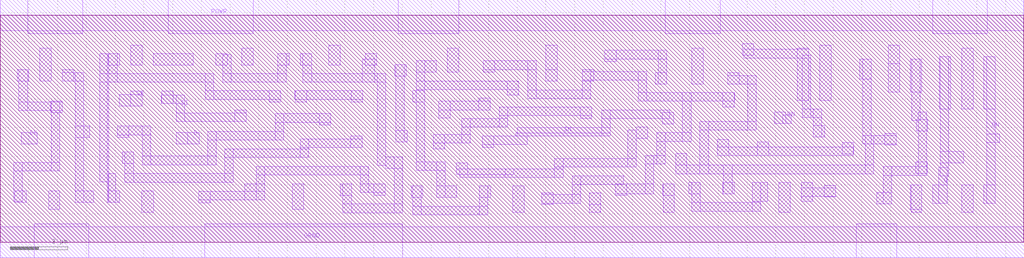
<source format=lef>
# LEF file generated by Abstract Generator version 5.5.13 on Apr  7 14:51:09 2005
#
# Contains LEF for all bins.
# Options:   [x] Antenna
#            [x] Geometry
#            [x] Technology

VERSION 5.4 ;
NAMESCASESENSITIVE ON ;
BUSBITCHARS "[]" ;
DIVIDERCHAR "/" ;
UNITS
  DATABASE MICRONS 2000 ;
END UNITS

USEMINSPACING OBS ON ;
USEMINSPACING PIN OFF ;
CLEARANCEMEASURE EUCLIDEAN ;


MANUFACTURINGGRID 0.005 ;

LAYER Poly
  TYPE	MASTERSLICE ;
END Poly

LAYER METAL1
  TYPE		ROUTING ;
  DIRECTION	HORIZONTAL ;
  PITCH		0.66  ;
  WIDTH		0.3 ;
  SPACING	0.3 ;
  SPACING	0.6 RANGE 10 100000  ;
  RESISTANCE	RPERSQ 0.101 ;
  CAPACITANCE	CPERSQDIST 0.00013153 ;
  EDGECAPACITANCE 8.770300e-05 ;
END METAL1

LAYER VIA1
  TYPE	CUT ;
END VIA1

LAYER METAL2
  TYPE		ROUTING ;
  DIRECTION	VERTICAL ;
  PITCH		0.66  ;
  WIDTH		0.3 ;
  SPACING	0.3 ;
  SPACING	0.6 RANGE 10 100000  ;
  RESISTANCE	RPERSQ 0.101 ;
  CAPACITANCE	CPERSQDIST 7.0018e-05 ;
  EDGECAPACITANCE 8.311500e-05 ;
END METAL2

LAYER VIA2
  TYPE	CUT ;
END VIA2

LAYER METAL3
  TYPE		ROUTING ;
  DIRECTION	HORIZONTAL ;
  PITCH		0.66  ;
  WIDTH		0.3 ;
  SPACING	0.3 ;
  SPACING	0.6 RANGE 10 100000  ;
  RESISTANCE	RPERSQ 0.101 ;
  CAPACITANCE	CPERSQDIST 6.3069e-05 ;
  EDGECAPACITANCE 1.002800e-04 ;
END METAL3

LAYER VIA3
  TYPE	CUT ;
END VIA3

LAYER METAL4
  TYPE		ROUTING ;
  DIRECTION	VERTICAL ;
  PITCH		0.66  ;
  WIDTH		0.3 ;
  SPACING	0.3 ;
  SPACING	0.6 RANGE 10 100000  ;
  RESISTANCE	RPERSQ 0.101 ;
  CAPACITANCE	CPERSQDIST 5.3607e-05 ;
  EDGECAPACITANCE 8.298600e-05 ;
END METAL4

LAYER VIA4
  TYPE	CUT ;
END VIA4

LAYER METAL5
  TYPE		ROUTING ;
  DIRECTION	HORIZONTAL ;
  PITCH		0.66  ;
  WIDTH		0.3 ;
  SPACING	0.3 ;
  SPACING	0.6 RANGE 10 100000  ;
  RESISTANCE	RPERSQ 0.045 ;
  CAPACITANCE	CPERSQDIST 3.144e-05 ;
  EDGECAPACITANCE 1.022400e-04 ;
END METAL5

LAYER VIA5
  TYPE	CUT ;
END VIA5

LAYER METAL6
  TYPE		ROUTING ;
  DIRECTION	VERTICAL ;
  PITCH		0.66  ;
  WIDTH		0.3 ;
  SPACING	0.3 ;
  SPACING	0.6 RANGE 10 100000  ;
  RESISTANCE	RPERSQ 0.045 ;
  CAPACITANCE	CPERSQDIST 3.144e-05 ;
  EDGECAPACITANCE 1.022400e-04 ;
END METAL6

LAYER OVERLAP
  TYPE	OVERLAP ;
END OVERLAP

SPACING
  SAMENET METAL1  METAL1	0.300 ;
  SAMENET METAL2  METAL2	0.300  STACK ;
  SAMENET METAL3  METAL3	0.300  STACK ;
  SAMENET METAL4  METAL4	0.300  STACK ;
  SAMENET METAL5  METAL5	0.300  STACK ;
  SAMENET METAL6  METAL6	0.300 ;
  SAMENET VIA1  VIA1	0.300 ;
  SAMENET VIA2  VIA2	0.300 ;
  SAMENET VIA3  VIA3	0.300 ;
  SAMENET VIA4  VIA4	0.300 ;
  SAMENET VIA1  VIA2	0.000  STACK ;
  SAMENET VIA2  VIA3	0.000  STACK ;
  SAMENET VIA3  VIA4	0.000  STACK ;
  SAMENET VIA4  VIA5	0.000  STACK ;
END SPACING

VIA M2_M1 DEFAULT
  LAYER METAL1 ;
    RECT -0.200 -0.200 0.200 0.200 ;
  LAYER VIA1 ;
    RECT -0.100 -0.100 0.100 0.100 ;
  LAYER METAL2 ;
    RECT -0.200 -0.200 0.200 0.200 ;
  RESISTANCE 6.400000e+00 ;
END M2_M1

VIA M3_M2 DEFAULT
  LAYER METAL2 ;
    RECT -0.200 -0.200 0.200 0.200 ;
  LAYER VIA2 ;
    RECT -0.100 -0.100 0.100 0.100 ;
  LAYER METAL3 ;
    RECT -0.200 -0.200 0.200 0.200 ;
  RESISTANCE 6.400000e+00 ;
END M3_M2

VIA M4_M3 DEFAULT
  LAYER METAL3 ;
    RECT -0.200 -0.200 0.200 0.200 ;
  LAYER VIA3 ;
    RECT -0.100 -0.100 0.100 0.100 ;
  LAYER METAL4 ;
    RECT -0.200 -0.200 0.200 0.200 ;
  RESISTANCE 6.400000e+00 ;
END M4_M3

VIA M5_M4 DEFAULT
  LAYER METAL4 ;
    RECT -0.200 -0.200 0.200 0.200 ;
  LAYER VIA4 ;
    RECT -0.100 -0.100 0.100 0.100 ;
  LAYER METAL5 ;
    RECT -0.200 -0.200 0.200 0.200 ;
  RESISTANCE 6.400000e+00 ;
END M5_M4

VIA M6_M5 DEFAULT
  LAYER METAL5 ;
    RECT -0.200 -0.200 0.200 0.200 ;
  LAYER VIA5 ;
    RECT -0.100 -0.100 0.100 0.100 ;
  LAYER METAL6 ;
    RECT -0.200 -0.200 0.200 0.200 ;
  RESISTANCE 6.400000e+00 ;
END M6_M5

VIA VIA23_stack_north DEFAULT
  TOPOFSTACKONLY
  LAYER METAL2 ;
    RECT -0.200 -0.200 0.200 0.300 ;
  LAYER VIA2 ;
    RECT -0.100 -0.100 0.100 0.100 ;
  LAYER METAL3 ;
    RECT -0.200 -0.200 0.200 0.200 ;
  RESISTANCE 6.400000e+00 ;
END VIA23_stack_north

VIA VIA23_stack_south DEFAULT
  TOPOFSTACKONLY
  LAYER METAL2 ;
    RECT -0.200 -0.300 0.200 0.200 ;
  LAYER VIA2 ;
    RECT -0.100 -0.100 0.100 0.100 ;
  LAYER METAL3 ;
    RECT -0.200 -0.200 0.200 0.200 ;
  RESISTANCE 6.400000e+00 ;
END VIA23_stack_south

VIA VIA34_stack_east DEFAULT
  TOPOFSTACKONLY
  LAYER METAL3 ;
    RECT -0.200 -0.200 0.300 0.200 ;
  LAYER VIA3 ;
    RECT -0.100 -0.100 0.100 0.100 ;
  LAYER METAL4 ;
    RECT -0.200 -0.200 0.200 0.200 ;
  RESISTANCE 6.400000e+00 ;
END VIA34_stack_east

VIA VIA34_stack_west DEFAULT
  TOPOFSTACKONLY
  LAYER METAL3 ;
    RECT -0.300 -0.200 0.200 0.200 ;
  LAYER VIA3 ;
    RECT -0.100 -0.100 0.100 0.100 ;
  LAYER METAL4 ;
    RECT -0.200 -0.200 0.200 0.200 ;
  RESISTANCE 6.400000e+00 ;
END VIA34_stack_west

VIA VIA45_stack_north DEFAULT
  TOPOFSTACKONLY
  LAYER METAL4 ;
    RECT -0.200 -0.200 0.200 0.300 ;
  LAYER VIA4 ;
    RECT -0.100 -0.100 0.100 0.100 ;
  LAYER METAL5 ;
    RECT -0.200 -0.200 0.200 0.200 ;
  RESISTANCE 2.540000e+00 ;
END VIA45_stack_north

VIA VIA45_stack_south DEFAULT
  TOPOFSTACKONLY
  LAYER METAL4 ;
    RECT -0.200 -0.300 0.200 0.200 ;
  LAYER VIA4 ;
    RECT -0.100 -0.100 0.100 0.100 ;
  LAYER METAL5 ;
    RECT -0.200 -0.200 0.200 0.200 ;
  RESISTANCE 2.540000e+00 ;
END VIA45_stack_south

VIA VIA56_stack_east DEFAULT
  TOPOFSTACKONLY
  LAYER METAL5 ;
    RECT -0.200 -0.200 0.300 0.200 ;
  LAYER VIA5 ;
    RECT -0.100 -0.100 0.100 0.100 ;
  LAYER METAL6 ;
    RECT -0.200 -0.200 0.200 0.200 ;
  RESISTANCE 2.540000e+00 ;
END VIA56_stack_east

VIA VIA56_stack_west DEFAULT
  TOPOFSTACKONLY
  LAYER METAL5 ;
    RECT -0.300 -0.200 0.200 0.200 ;
  LAYER VIA5 ;
    RECT -0.100 -0.100 0.100 0.100 ;
  LAYER METAL6 ;
    RECT -0.200 -0.200 0.200 0.200 ;
  RESISTANCE 2.540000e+00 ;
END VIA56_stack_west


VIARULE VIA12Array GENERATE
  LAYER METAL1 ;
    DIRECTION HORIZONTAL ;
    OVERHANG 0.1 ;
    METALOVERHANG 0 ;
  LAYER METAL2 ;
    DIRECTION VERTICAL ;
    OVERHANG 0.1 ;
    METALOVERHANG 0 ;
  LAYER VIA1 ;
    RECT -0.1 -0.1 0.1 0.1 ;
    SPACING 0.5 BY 0.5 ;
END VIA12Array

VIARULE VIA23Array GENERATE
  LAYER METAL3 ;
    DIRECTION HORIZONTAL ;
    OVERHANG 0.1 ;
    METALOVERHANG 0 ;
  LAYER METAL2 ;
    DIRECTION VERTICAL ;
    OVERHANG 0.1 ;
    METALOVERHANG 0 ;
  LAYER VIA2 ;
    RECT -0.1 -0.1 0.1 0.1 ;
    SPACING 0.5 BY 0.5 ;
END VIA23Array

VIARULE VIA34Array GENERATE
  LAYER METAL3 ;
    DIRECTION HORIZONTAL ;
    OVERHANG 0.1 ;
    METALOVERHANG 0 ;
  LAYER METAL4 ;
    DIRECTION VERTICAL ;
    OVERHANG 0.1 ;
    METALOVERHANG 0 ;
  LAYER VIA3 ;
    RECT -0.1 -0.1 0.1 0.1 ;
    SPACING 0.5 BY 0.5 ;
END VIA34Array

VIARULE VIA45Array GENERATE
  LAYER METAL5 ;
    DIRECTION HORIZONTAL ;
    OVERHANG 0.1 ;
    METALOVERHANG 0 ;
  LAYER METAL4 ;
    DIRECTION VERTICAL ;
    OVERHANG 0.1 ;
    METALOVERHANG 0 ;
  LAYER VIA4 ;
    RECT -0.1 -0.1 0.1 0.1 ;
    SPACING 0.5 BY 0.5 ;
END VIA45Array

VIARULE VIA56Array GENERATE
  LAYER METAL5 ;
    DIRECTION HORIZONTAL ;
    OVERHANG 0.1 ;
    METALOVERHANG 0 ;
  LAYER METAL6 ;
    DIRECTION VERTICAL ;
    OVERHANG 0.1 ;
    METALOVERHANG 0 ;
  LAYER VIA5 ;
    RECT -0.1 -0.1 0.1 0.1 ;
    SPACING 0.5 BY 0.5 ;
END VIA56Array

VIARULE TURNMETAL1 GENERATE
  LAYER METAL1 ;
    DIRECTION HORIZONTAL ;
  LAYER METAL1 ;
    DIRECTION VERTICAL ;
END TURNMETAL1

VIARULE TURNMETAL2 GENERATE
  LAYER METAL2 ;
    DIRECTION HORIZONTAL ;
  LAYER METAL2 ;
    DIRECTION VERTICAL ;
END TURNMETAL2

VIARULE TURNMETAL3 GENERATE
  LAYER METAL3 ;
    DIRECTION HORIZONTAL ;
  LAYER METAL3 ;
    DIRECTION VERTICAL ;
END TURNMETAL3

VIARULE TURNMETAL4 GENERATE
  LAYER METAL4 ;
    DIRECTION HORIZONTAL ;
  LAYER METAL4 ;
    DIRECTION VERTICAL ;
END TURNMETAL4

VIARULE TURNMETAL5 GENERATE
  LAYER METAL5 ;
    DIRECTION HORIZONTAL ;
  LAYER METAL5 ;
    DIRECTION VERTICAL ;
END TURNMETAL5

VIARULE TURNMETAL6 GENERATE
  LAYER METAL6 ;
    DIRECTION HORIZONTAL ;
  LAYER METAL6 ;
    DIRECTION VERTICAL ;
END TURNMETAL6

SITE  CORE
    CLASS	CORE ;
    SYMMETRY	Y ;
    SIZE	0.660 BY 7.920 ;
END  CORE

MACRO TLATSRX1
  CLASS  CORE ;
  FOREIGN TLATSRX1 0.000 0.000 ;
  ORIGIN 0.000 0.000 ;
  SIZE 21.120 BY 7.920 ;
  SYMMETRY X Y  ;
  SITE CORE ;
  PIN Q
    DIRECTION OUTPUT ;
    PORT
      LAYER METAL1 ;
        RECT 19.980 2.820 20.330 3.120 ;
        RECT 19.970 4.660 20.370 6.480 ;
        RECT 19.970 1.250 20.370 1.900 ;
        RECT 20.030 1.250 20.330 6.480 ;
    END
  END Q
  PIN QN
    DIRECTION OUTPUT ;
    PORT
      LAYER METAL1 ;
        RECT 18.000 3.430 18.765 3.830 ;
        RECT 18.410 4.660 18.810 6.480 ;
        RECT 18.410 1.250 18.810 1.900 ;
        RECT 18.465 1.250 18.765 6.480 ;
    END
  END QN
  PIN D
    DIRECTION INPUT ;
    PORT
      LAYER METAL1 ;
        RECT 6.720 3.480 7.120 3.960 ;
        RECT 6.720 3.480 7.740 3.880 ;
    END
  END D
  PIN GRND
    DIRECTION INOUT ;
    USE GROUND ;
    SHAPE ABUTMENT ;
    PORT
      LAYER METAL1 ;
        RECT 0.990 -0.540 5.890 0.650 ;
        RECT 0.000 -0.540 21.120 0.540 ;
        RECT 15.645 -0.540 19.590 0.650 ;
    END
  END GRND
  PIN G
    DIRECTION INPUT ;
    PORT
      LAYER METAL1 ;
        RECT 5.600 3.480 6.000 3.960 ;
        RECT 5.600 3.480 6.420 3.780 ;
    END
  END G
  PIN RN
    DIRECTION INPUT ;
    PORT
      LAYER METAL1 ;
        RECT 11.400 2.820 12.290 3.120 ;
        RECT 13.350 2.690 13.750 3.090 ;
        RECT 11.790 2.690 13.750 2.990 ;
    END
  END RN
  PIN POWR
    DIRECTION INOUT ;
    USE POWER ;
    SHAPE ABUTMENT ;
    PORT
      LAYER METAL1 ;
        RECT 4.110 7.270 5.710 8.460 ;
        RECT 0.000 7.380 21.120 8.460 ;
        RECT 15.730 7.270 17.130 8.460 ;
    END
  END POWR
  PIN SN
    DIRECTION INPUT ;
    PORT
      LAYER METAL1 ;
        RECT 1.350 2.925 1.800 3.325 ;
        RECT 1.500 2.920 1.800 3.790 ;
    END
  END SN
  OBS 
      LAYER METAL1 ;
        RECT 0.650 1.390 1.150 1.790 ;
        RECT 0.650 4.660 1.150 5.460 ;
        RECT 0.650 1.390 0.950 6.820 ;
        RECT 0.650 6.420 1.050 6.820 ;
        RECT 1.530 4.660 1.930 6.880 ;
        RECT 1.530 1.150 1.930 1.790 ;
        RECT 4.110 4.660 4.510 6.770 ;
        RECT 4.110 1.150 4.510 1.790 ;
        RECT 3.225 3.560 3.625 4.060 ;
        RECT 3.225 3.760 5.110 4.060 ;
        RECT 4.810 3.760 5.110 5.460 ;
        RECT 4.810 4.660 5.290 5.460 ;
        RECT 6.490 4.660 6.890 6.880 ;
        RECT 6.490 1.040 6.890 1.790 ;
        RECT 7.270 1.140 7.850 1.790 ;
        RECT 2.555 1.390 3.110 1.790 ;
        RECT 4.320 2.695 8.030 2.995 ;
        RECT 7.630 2.695 8.030 3.115 ;
        RECT 2.555 2.960 4.620 3.260 ;
        RECT 2.555 1.390 2.855 5.260 ;
        RECT 2.510 4.660 2.910 5.260 ;
        RECT 4.890 1.390 5.290 1.790 ;
        RECT 4.890 1.390 5.190 2.395 ;
        RECT 9.030 1.790 9.430 2.190 ;
        RECT 3.385 2.095 9.330 2.395 ;
        RECT 3.225 2.195 3.625 2.595 ;
        RECT 9.830 5.080 10.230 6.880 ;
        RECT 11.255 1.040 11.655 1.540 ;
        RECT 12.690 4.960 13.090 6.880 ;
        RECT 12.690 1.040 13.090 1.790 ;
        RECT 9.030 3.295 9.430 3.795 ;
        RECT 14.250 3.130 14.650 3.795 ;
        RECT 9.030 3.495 14.650 3.795 ;
        RECT 10.365 2.090 14.650 2.390 ;
        RECT 14.250 2.090 14.650 2.590 ;
        RECT 10.365 2.090 10.765 2.820 ;
        RECT 16.030 4.660 16.430 6.770 ;
        RECT 8.230 1.140 10.475 1.440 ;
        RECT 14.430 1.140 14.830 1.790 ;
        RECT 9.730 1.140 10.475 1.540 ;
        RECT 8.230 1.140 8.630 1.790 ;
        RECT 14.430 1.490 15.730 1.790 ;
        RECT 9.730 1.140 10.030 2.995 ;
        RECT 8.330 2.695 10.030 2.995 ;
        RECT 16.030 3.860 16.430 4.260 ;
        RECT 15.430 3.960 16.430 4.260 ;
        RECT 8.330 4.360 15.730 4.660 ;
        RECT 11.140 4.360 11.440 6.480 ;
        RECT 15.430 1.490 15.730 5.265 ;
        RECT 14.430 4.965 15.730 5.265 ;
        RECT 8.330 2.695 8.630 6.480 ;
        RECT 8.230 4.660 8.630 6.480 ;
        RECT 11.090 5.080 11.490 6.480 ;
        RECT 14.430 4.960 14.830 6.780 ;
        RECT 16.030 1.150 16.430 2.190 ;
        RECT 16.810 1.790 17.210 2.190 ;
        RECT 16.910 2.590 17.610 2.990 ;
        RECT 16.910 1.790 17.210 5.460 ;
        RECT 16.810 4.660 17.210 5.460 ;
        RECT 19.190 4.660 19.590 6.880 ;
        RECT 19.190 1.150 19.590 1.900 ;
  END 
END TLATSRX1

MACRO TINVX1
  CLASS  CORE ;
  FOREIGN TINVX1 0.000 0.000 ;
  ORIGIN 0.000 0.000 ;
  SIZE 6.600 BY 7.920 ;
  SYMMETRY X Y  ;
  SITE CORE ;
  PIN OE
    DIRECTION INPUT ;
    PORT
      LAYER METAL1 ;
        RECT 1.320 3.240 1.720 3.830 ;
        RECT 1.320 3.430 1.850 3.830 ;
    END
  END OE
  PIN A
    DIRECTION INPUT ;
    PORT
      LAYER METAL1 ;
        RECT 4.750 3.040 5.150 3.830 ;
        RECT 4.750 3.040 5.530 3.440 ;
    END
  END A
  PIN GRND
    DIRECTION INOUT ;
    USE GROUND ;
    SHAPE ABUTMENT ;
    PORT
      LAYER METAL1 ;
        RECT 0.000 -0.540 6.600 0.540 ;
    END
  END GRND
  PIN Y
    DIRECTION OUTPUT ;
    PORT
      LAYER METAL1 ;
        RECT 2.770 3.430 3.530 3.830 ;
        RECT 3.360 1.440 3.760 2.140 ;
        RECT 3.410 1.440 3.710 3.560 ;
        RECT 3.180 4.670 3.580 6.470 ;
        RECT 3.230 3.260 3.530 6.470 ;
    END
  END Y
  PIN POWR
    DIRECTION INOUT ;
    USE POWER ;
    SHAPE ABUTMENT ;
    PORT
      LAYER METAL1 ;
        RECT 0.000 7.380 6.600 8.460 ;
    END
  END POWR
  OBS 
      LAYER METAL1 ;
        RECT 0.500 1.740 0.900 2.140 ;
        RECT 0.520 4.370 1.020 4.670 ;
        RECT 0.520 1.740 0.820 4.670 ;
        RECT 0.700 4.670 1.100 5.470 ;
        RECT 0.750 4.670 1.050 7.080 ;
        RECT 0.670 6.680 1.070 7.080 ;
        RECT 1.480 4.670 1.880 6.880 ;
        RECT 1.740 1.040 2.040 2.140 ;
        RECT 1.680 1.740 2.080 2.140 ;
        RECT 4.740 5.590 5.140 6.880 ;
        RECT 4.970 1.040 5.270 2.140 ;
        RECT 4.920 1.440 5.320 2.140 ;
        RECT 3.960 4.670 5.920 4.970 ;
        RECT 2.400 4.670 2.800 6.470 ;
        RECT 3.960 4.670 4.360 6.470 ;
        RECT 5.520 4.670 5.920 6.470 ;
        RECT 2.450 4.670 2.750 7.080 ;
        RECT 3.960 4.670 4.260 7.080 ;
        RECT 2.450 6.780 4.260 7.080 ;
        RECT 2.630 0.840 4.490 1.140 ;
        RECT 2.630 0.840 2.930 2.140 ;
        RECT 2.580 1.440 2.980 2.140 ;
        RECT 4.140 1.440 4.540 2.140 ;
        RECT 5.700 1.440 6.100 2.140 ;
        RECT 4.190 0.840 4.490 2.740 ;
        RECT 5.760 1.440 6.060 2.740 ;
        RECT 4.190 2.440 6.060 2.740 ;
  END 
END TINVX1

MACRO TLATX1
  CLASS  CORE ;
  FOREIGN TLATX1 0.000 0.000 ;
  ORIGIN 0.000 0.000 ;
  SIZE 11.220 BY 7.920 ;
  SYMMETRY X Y  ;
  SITE CORE ;
  PIN Q
    DIRECTION OUTPUT ;
    PORT
      LAYER METAL1 ;
        RECT 9.890 1.290 10.190 6.320 ;
        RECT 9.890 3.480 10.380 3.780 ;
        RECT 9.820 4.520 10.220 6.320 ;
        RECT 9.820 1.290 10.220 1.940 ;
    END
  END Q
  PIN QN
    DIRECTION OUTPUT ;
    PORT
      LAYER METAL1 ;
        RECT 7.260 1.290 7.660 1.940 ;
        RECT 7.360 4.520 7.760 6.340 ;
        RECT 7.360 2.820 7.740 3.120 ;
        RECT 7.360 1.290 7.660 4.220 ;
        RECT 7.280 3.920 7.580 4.980 ;
    END
  END QN
  PIN C
    DIRECTION INPUT ;
    PORT
      LAYER METAL1 ;
        RECT 0.790 2.970 1.190 3.830 ;
        RECT 0.790 2.970 1.250 3.370 ;
    END
  END C
  PIN D
    DIRECTION INPUT ;
    PORT
      LAYER METAL1 ;
        RECT 2.160 2.820 2.460 3.320 ;
        RECT 2.160 2.920 3.140 3.320 ;
    END
  END D
  PIN GRND
    DIRECTION INOUT ;
    USE GROUND ;
    SHAPE ABUTMENT ;
    PORT
      LAYER METAL1 ;
        RECT 2.900 -0.540 7.800 0.650 ;
        RECT 0.000 -0.540 11.220 0.540 ;
    END
  END GRND
  PIN POWR
    DIRECTION INOUT ;
    USE POWER ;
    SHAPE ABUTMENT ;
    PORT
      LAYER METAL1 ;
        RECT 2.740 7.270 7.640 8.460 ;
        RECT 0.000 7.380 11.220 8.460 ;
    END
  END POWR
  OBS 
      LAYER METAL1 ;
        RECT 1.280 5.060 1.680 6.320 ;
        RECT 1.380 5.060 1.680 6.880 ;
        RECT 1.320 1.040 1.620 1.970 ;
        RECT 1.280 1.370 1.680 1.970 ;
        RECT 3.610 1.150 3.910 1.940 ;
        RECT 3.560 1.320 3.960 1.940 ;
        RECT 3.660 4.920 4.060 6.320 ;
        RECT 3.690 4.920 3.990 6.770 ;
        RECT 0.500 1.370 0.900 1.970 ;
        RECT 0.580 1.370 0.880 2.570 ;
        RECT 0.190 2.270 0.880 2.570 ;
        RECT 3.770 3.420 4.170 4.020 ;
        RECT 1.710 3.720 4.170 4.020 ;
        RECT 0.190 2.270 0.490 4.760 ;
        RECT 1.610 4.060 2.010 4.760 ;
        RECT 1.710 3.720 2.010 4.760 ;
        RECT 0.190 4.460 2.010 4.760 ;
        RECT 0.600 4.460 0.900 6.320 ;
        RECT 0.500 5.060 0.900 6.320 ;
        RECT 2.060 1.370 2.460 1.970 ;
        RECT 2.060 1.670 3.260 1.970 ;
        RECT 2.960 1.670 3.260 2.540 ;
        RECT 2.960 2.240 5.120 2.540 ;
        RECT 4.420 2.240 5.120 2.740 ;
        RECT 4.420 2.240 4.770 2.880 ;
        RECT 4.470 2.240 4.770 4.620 ;
        RECT 4.470 4.120 5.620 4.320 ;
        RECT 5.220 3.920 5.620 4.320 ;
        RECT 3.060 4.320 5.510 4.420 ;
        RECT 3.060 4.320 4.820 4.620 ;
        RECT 3.060 4.320 3.360 5.360 ;
        RECT 2.060 5.060 3.360 5.360 ;
        RECT 2.060 5.060 2.460 6.320 ;
        RECT 6.540 1.150 6.840 1.940 ;
        RECT 6.480 1.290 6.880 1.940 ;
        RECT 6.580 4.520 6.980 6.340 ;
        RECT 6.630 4.520 6.930 6.770 ;
        RECT 5.020 1.310 5.910 1.940 ;
        RECT 5.420 1.310 5.910 2.240 ;
        RECT 5.420 1.310 5.720 3.440 ;
        RECT 5.420 3.140 7.060 3.440 ;
        RECT 6.660 3.140 7.060 3.610 ;
        RECT 6.010 3.140 6.310 4.220 ;
        RECT 5.920 3.920 6.220 5.020 ;
        RECT 5.120 4.720 6.220 5.020 ;
        RECT 5.120 4.720 5.520 6.320 ;
        RECT 8.260 1.290 8.660 1.940 ;
        RECT 7.960 3.720 8.560 4.120 ;
        RECT 8.260 1.290 8.560 6.320 ;
        RECT 8.260 4.520 8.660 6.320 ;
        RECT 9.040 4.520 9.440 6.320 ;
        RECT 9.090 4.520 9.390 6.880 ;
        RECT 9.090 1.040 9.390 1.940 ;
        RECT 9.040 1.290 9.440 1.940 ;
  END 
END TLATX1

MACRO TBUFX4
  CLASS  CORE ;
  FOREIGN TBUFX4 0.000 0.000 ;
  ORIGIN 0.000 0.000 ;
  SIZE 9.240 BY 7.920 ;
  SYMMETRY X Y  ;
  SITE CORE ;
  PIN OE
    DIRECTION INPUT ;
    PORT
      LAYER METAL1 ;
        RECT 2.760 2.820 3.160 3.290 ;
        RECT 2.760 2.890 3.280 3.290 ;
    END
  END OE
  PIN A
    DIRECTION INPUT ;
    PORT
      LAYER METAL1 ;
        RECT 1.280 2.770 1.680 3.370 ;
        RECT 1.280 2.770 1.810 3.170 ;
    END
  END A
  PIN GRND
    DIRECTION INOUT ;
    USE GROUND ;
    SHAPE ABUTMENT ;
    PORT
      LAYER METAL1 ;
        RECT 0.500 -0.540 3.430 0.650 ;
        RECT 8.060 -0.540 8.460 0.650 ;
        RECT 0.000 -0.540 9.240 0.540 ;
    END
  END GRND
  PIN Y
    DIRECTION OUTPUT ;
    PORT
      LAYER METAL1 ;
        RECT 4.940 4.250 5.240 6.670 ;
        RECT 8.180 1.440 8.580 2.370 ;
        RECT 6.500 2.680 8.480 2.980 ;
        RECT 8.180 1.440 8.480 2.980 ;
        RECT 6.620 1.440 7.020 2.370 ;
        RECT 6.620 1.440 6.920 2.980 ;
        RECT 6.400 4.850 6.800 6.670 ;
        RECT 6.500 2.670 6.800 6.670 ;
        RECT 4.940 4.250 6.800 4.550 ;
        RECT 6.070 3.430 6.800 3.830 ;
        RECT 4.840 4.850 5.240 6.670 ;
    END
  END Y
  PIN POWR
    DIRECTION INOUT ;
    USE POWER ;
    SHAPE ABUTMENT ;
    PORT
      LAYER METAL1 ;
        RECT 4.160 7.270 8.080 8.460 ;
        RECT 0.000 7.380 9.240 8.460 ;
    END
  END POWR
  OBS 
      LAYER METAL1 ;
        RECT 0.500 4.360 0.900 6.880 ;
        RECT 1.280 1.880 2.680 2.180 ;
        RECT 1.280 1.250 1.680 2.250 ;
        RECT 2.280 1.250 2.680 2.250 ;
        RECT 3.060 4.360 3.460 6.880 ;
        RECT 3.130 1.150 3.430 2.250 ;
        RECT 3.060 1.250 3.460 2.250 ;
        RECT 4.060 4.850 4.460 6.670 ;
        RECT 4.160 4.850 4.460 6.770 ;
        RECT 4.060 1.040 4.460 3.040 ;
        RECT 0.500 1.250 0.900 2.250 ;
        RECT 0.500 1.250 0.800 4.060 ;
        RECT 0.500 3.760 4.630 4.060 ;
        RECT 2.290 3.760 2.590 7.080 ;
        RECT 4.230 3.760 4.630 4.450 ;
        RECT 1.280 4.420 2.680 4.720 ;
        RECT 1.280 4.360 1.680 7.080 ;
        RECT 2.280 4.360 2.680 7.080 ;
        RECT 5.620 4.850 6.020 6.670 ;
        RECT 5.670 4.850 5.970 6.770 ;
        RECT 7.180 4.850 7.580 6.670 ;
        RECT 7.230 4.850 7.530 6.770 ;
        RECT 5.890 0.840 7.760 1.140 ;
        RECT 5.890 0.840 6.190 2.370 ;
        RECT 7.460 0.840 7.760 2.370 ;
        RECT 4.840 1.640 6.240 1.940 ;
        RECT 5.840 1.440 6.240 2.370 ;
        RECT 7.400 1.440 7.800 2.370 ;
        RECT 4.840 0.840 5.240 3.040 ;
  END 
END TBUFX4

MACRO TBUFX8
  CLASS  CORE ;
  FOREIGN TBUFX8 0.000 0.000 ;
  ORIGIN 0.000 0.000 ;
  SIZE 13.860 BY 7.920 ;
  SYMMETRY X Y  ;
  SITE CORE ;
  PIN OE
    DIRECTION INPUT ;
    PORT
      LAYER METAL1 ;
        RECT 4.520 3.380 5.200 3.780 ;
    END
  END OE
  PIN A
    DIRECTION INPUT ;
    PORT
      LAYER METAL1 ;
        RECT 0.500 3.420 0.900 3.830 ;
        RECT 0.180 3.430 0.900 3.830 ;
    END
  END A
  PIN GRND
    DIRECTION INOUT ;
    USE GROUND ;
    SHAPE ABUTMENT ;
    PORT
      LAYER METAL1 ;
        RECT 0.500 -0.540 3.300 0.650 ;
        RECT 12.500 -0.540 12.900 0.850 ;
        RECT 0.000 -0.540 13.860 0.540 ;
    END
  END GRND
  PIN Y
    DIRECTION OUTPUT ;
    PORT
      LAYER METAL1 ;
        RECT 7.060 3.960 7.360 6.670 ;
        RECT 11.640 4.560 12.040 6.670 ;
        RECT 11.690 3.960 11.990 6.670 ;
        RECT 7.060 3.960 11.990 4.260 ;
        RECT 11.080 1.450 11.480 2.950 ;
        RECT 9.570 3.250 11.430 3.550 ;
        RECT 11.130 1.450 11.430 3.550 ;
        RECT 10.700 3.250 11.100 4.260 ;
        RECT 10.080 4.560 10.480 6.670 ;
        RECT 10.130 3.960 10.430 6.670 ;
        RECT 9.520 1.450 9.920 2.950 ;
        RECT 9.570 1.450 9.870 3.550 ;
        RECT 8.520 4.560 8.920 6.670 ;
        RECT 8.570 3.960 8.870 6.670 ;
        RECT 6.960 4.560 7.360 6.670 ;
    END
  END Y
  PIN POWR
    DIRECTION INOUT ;
    USE POWER ;
    SHAPE ABUTMENT ;
    PORT
      LAYER METAL1 ;
        RECT 0.600 7.270 11.680 8.460 ;
        RECT 0.000 7.380 13.860 8.460 ;
    END
  END POWR
  OBS 
      LAYER METAL1 ;
        RECT 0.500 4.880 0.900 6.670 ;
        RECT 0.600 4.880 0.900 6.770 ;
        RECT 2.060 4.880 2.460 6.670 ;
        RECT 2.100 4.880 2.400 6.770 ;
        RECT 2.890 1.150 3.190 2.610 ;
        RECT 2.840 1.550 3.240 2.610 ;
        RECT 3.620 4.880 4.020 6.670 ;
        RECT 3.680 4.880 3.980 6.770 ;
        RECT 0.550 0.950 2.410 1.250 ;
        RECT 0.550 0.950 0.850 2.610 ;
        RECT 0.500 1.550 0.900 2.610 ;
        RECT 2.060 1.550 2.460 2.610 ;
        RECT 3.620 1.550 4.020 2.610 ;
        RECT 2.110 0.950 2.410 3.240 ;
        RECT 3.670 1.550 3.970 3.240 ;
        RECT 2.110 2.940 3.970 3.240 ;
        RECT 5.180 4.880 5.580 6.670 ;
        RECT 5.210 4.880 5.510 6.770 ;
        RECT 5.400 1.040 5.800 2.340 ;
        RECT 6.180 4.560 6.580 6.670 ;
        RECT 6.230 4.560 6.530 6.770 ;
        RECT 1.280 1.550 1.680 2.610 ;
        RECT 6.180 3.760 6.580 4.160 ;
        RECT 5.580 3.860 6.580 4.160 ;
        RECT 5.580 3.860 5.880 4.580 ;
        RECT 1.330 4.280 5.880 4.580 ;
        RECT 1.330 1.550 1.630 6.670 ;
        RECT 2.890 4.280 3.190 6.670 ;
        RECT 4.470 4.280 4.770 6.670 ;
        RECT 1.280 4.880 1.680 6.670 ;
        RECT 2.840 4.880 3.240 6.670 ;
        RECT 4.400 4.880 4.800 6.670 ;
        RECT 6.960 1.040 7.360 2.340 ;
        RECT 7.740 4.560 8.140 6.670 ;
        RECT 7.790 4.560 8.090 6.770 ;
        RECT 9.300 4.560 9.700 6.670 ;
        RECT 9.370 4.560 9.670 6.770 ;
        RECT 10.860 4.560 11.260 6.670 ;
        RECT 10.910 4.560 11.210 6.770 ;
        RECT 7.740 0.850 12.200 1.150 ;
        RECT 8.790 0.850 9.090 2.950 ;
        RECT 10.360 0.850 10.660 2.950 ;
        RECT 11.900 0.850 12.200 2.950 ;
        RECT 4.620 0.840 5.020 2.340 ;
        RECT 6.180 0.840 6.580 2.340 ;
        RECT 7.740 0.840 8.140 2.340 ;
        RECT 4.690 0.840 4.990 2.940 ;
        RECT 6.230 0.840 6.530 2.940 ;
        RECT 7.790 0.840 8.090 2.940 ;
        RECT 4.690 2.640 8.090 2.940 ;
        RECT 8.740 1.450 9.140 2.950 ;
        RECT 10.300 1.450 10.700 2.950 ;
        RECT 11.860 1.450 12.260 2.950 ;
  END 
END TBUFX8

MACRO TBUFX1
  CLASS  CORE ;
  FOREIGN TBUFX1 0.000 0.000 ;
  ORIGIN 0.000 0.000 ;
  SIZE 5.940 BY 7.920 ;
  SYMMETRY X Y  ;
  SITE CORE ;
  PIN OE
    DIRECTION INPUT ;
    PORT
      LAYER METAL1 ;
        RECT 0.790 4.090 1.190 5.010 ;
        RECT 0.680 4.610 1.190 5.010 ;
    END
  END OE
  PIN A
    DIRECTION INPUT ;
    PORT
      LAYER METAL1 ;
        RECT 2.080 3.940 2.510 4.340 ;
        RECT 2.110 3.940 2.510 4.490 ;
    END
  END A
  PIN GRND
    DIRECTION INOUT ;
    USE GROUND ;
    SHAPE ABUTMENT ;
    PORT
      LAYER METAL1 ;
        RECT 0.500 -0.540 5.300 0.650 ;
        RECT 0.000 -0.540 5.940 0.540 ;
    END
  END GRND
  PIN Y
    DIRECTION OUTPUT ;
    PORT
      LAYER METAL1 ;
        RECT 4.840 1.250 5.240 1.900 ;
        RECT 4.840 4.850 5.240 6.670 ;
        RECT 4.940 1.250 5.240 6.670 ;
        RECT 4.800 2.820 5.240 3.120 ;
    END
  END Y
  PIN POWR
    DIRECTION INOUT ;
    USE POWER ;
    SHAPE ABUTMENT ;
    PORT
      LAYER METAL1 ;
        RECT 0.530 7.270 5.170 8.460 ;
        RECT 0.000 7.380 5.940 8.460 ;
    END
  END POWR
  OBS 
      LAYER METAL1 ;
        RECT 0.500 5.410 0.900 6.670 ;
        RECT 0.530 5.410 0.830 6.770 ;
        RECT 0.550 1.150 0.850 1.650 ;
        RECT 0.500 1.250 0.900 1.650 ;
        RECT 1.280 1.250 1.680 2.640 ;
        RECT 1.280 2.240 2.210 2.640 ;
        RECT 1.810 2.240 2.210 3.380 ;
        RECT 2.310 1.150 2.610 1.900 ;
        RECT 2.280 1.250 2.680 1.900 ;
        RECT 3.060 5.410 3.460 6.670 ;
        RECT 3.110 5.410 3.410 6.770 ;
        RECT 4.060 4.850 4.460 6.670 ;
        RECT 4.100 4.850 4.400 6.770 ;
        RECT 3.060 1.320 4.460 1.620 ;
        RECT 3.060 1.250 3.460 1.900 ;
        RECT 4.060 1.250 4.460 1.900 ;
        RECT 2.590 2.980 2.990 3.380 ;
        RECT 2.590 3.080 4.230 3.380 ;
        RECT 3.930 3.080 4.230 4.550 ;
        RECT 3.930 4.040 4.630 4.440 ;
        RECT 3.460 4.250 4.620 4.550 ;
        RECT 3.460 4.250 3.760 5.110 ;
        RECT 2.380 4.810 3.760 5.110 ;
        RECT 1.280 5.480 2.680 5.780 ;
        RECT 1.280 5.410 1.680 6.670 ;
        RECT 2.380 4.810 2.680 6.670 ;
        RECT 2.280 5.410 2.680 6.670 ;
  END 
END TBUFX1

MACRO TBUFX2
  CLASS  CORE ;
  FOREIGN TBUFX2 0.000 0.000 ;
  ORIGIN 0.000 0.000 ;
  SIZE 5.940 BY 7.920 ;
  SYMMETRY X Y  ;
  SITE CORE ;
  PIN OE
    DIRECTION INPUT ;
    PORT
      LAYER METAL1 ;
        RECT 0.970 2.560 1.370 3.140 ;
        RECT 0.970 2.740 3.590 3.140 ;
    END
  END OE
  PIN A
    DIRECTION INPUT ;
    PORT
      LAYER METAL1 ;
        RECT 1.880 4.140 2.280 4.540 ;
        RECT 1.880 4.140 2.460 4.440 ;
    END
  END A
  PIN GRND
    DIRECTION INOUT ;
    USE GROUND ;
    SHAPE ABUTMENT ;
    PORT
      LAYER METAL1 ;
        RECT 0.500 -0.540 2.100 0.650 ;
        RECT 0.000 -0.540 5.940 0.540 ;
    END
  END GRND
  PIN Y
    DIRECTION OUTPUT ;
    PORT
      LAYER METAL1 ;
        RECT 3.930 4.240 4.230 6.670 ;
        RECT 4.720 2.830 5.100 3.130 ;
        RECT 3.930 4.240 5.020 4.540 ;
        RECT 4.720 0.840 5.020 4.540 ;
        RECT 4.620 0.840 5.020 2.340 ;
        RECT 3.840 4.850 4.240 6.670 ;
    END
  END Y
  PIN POWR
    DIRECTION INOUT ;
    USE POWER ;
    SHAPE ABUTMENT ;
    PORT
      LAYER METAL1 ;
        RECT 0.530 7.270 5.170 8.460 ;
        RECT 0.000 7.380 5.940 8.460 ;
    END
  END POWR
  OBS 
      LAYER METAL1 ;
        RECT 0.500 5.410 0.900 6.670 ;
        RECT 0.530 5.410 0.830 6.770 ;
        RECT 0.550 1.150 0.850 1.650 ;
        RECT 0.500 1.250 0.900 1.650 ;
        RECT 1.330 1.050 1.630 1.650 ;
        RECT 1.280 1.250 1.680 1.650 ;
        RECT 2.060 5.410 2.460 6.670 ;
        RECT 2.120 5.410 2.420 6.770 ;
        RECT 3.060 4.850 3.460 6.670 ;
        RECT 3.110 4.850 3.410 6.770 ;
        RECT 3.060 1.040 3.460 2.340 ;
        RECT 3.840 0.840 4.240 2.340 ;
        RECT 2.060 1.250 2.460 1.650 ;
        RECT 2.130 1.250 2.430 2.250 ;
        RECT 0.370 1.950 2.430 2.250 ;
        RECT 0.370 3.540 4.420 3.840 ;
        RECT 4.020 3.540 4.420 3.940 ;
        RECT 0.370 1.950 0.670 5.110 ;
        RECT 0.370 4.810 1.580 5.110 ;
        RECT 1.280 4.810 1.580 6.670 ;
        RECT 1.280 5.410 1.680 6.670 ;
        RECT 4.620 4.850 5.020 6.670 ;
        RECT 4.670 4.850 4.970 6.770 ;
  END 
END TBUFX2

MACRO FILL8
  CLASS  CORE ;
  FOREIGN FILL8 0.000 0.000 ;
  ORIGIN 0.000 0.000 ;
  SIZE 5.280 BY 7.920 ;
  SYMMETRY X Y  ;
  SITE CORE ;
  PIN GRND
    DIRECTION INOUT ;
    USE GROUND ;
    SHAPE ABUTMENT ;
    PORT
      LAYER METAL1 ;
        RECT 1.540 -0.540 3.940 0.650 ;
        RECT 0.000 -0.540 5.280 0.540 ;
    END
  END GRND
  PIN POWR
    DIRECTION INOUT ;
    USE POWER ;
    SHAPE ABUTMENT ;
    PORT
      LAYER METAL1 ;
        RECT 1.930 7.260 3.330 8.460 ;
        RECT 0.000 7.380 5.280 8.460 ;
    END
  END POWR
END FILL8

MACRO ADDFX1
  CLASS  CORE ;
  FOREIGN ADDFX1 0.000 0.000 ;
  ORIGIN 0.000 0.000 ;
  SIZE 24.420 BY 7.920 ;
  SYMMETRY X Y  ;
  SITE CORE ;
  PIN A
    DIRECTION INPUT ;
    PORT
      LAYER METAL1 ;
        RECT 3.690 2.820 3.990 4.590 ;
        RECT 9.110 2.820 9.510 3.460 ;
        RECT 3.690 2.820 9.510 3.120 ;
        RECT 6.540 3.560 6.940 3.960 ;
        RECT 6.070 3.560 6.940 3.860 ;
        RECT 6.070 2.820 6.470 3.860 ;
        RECT 3.600 4.190 4.000 4.590 ;
    END
  END A
  PIN B
    DIRECTION INPUT ;
    PORT
      LAYER METAL1 ;
        RECT 4.750 4.680 5.150 5.080 ;
        RECT 9.110 4.070 9.510 4.470 ;
        RECT 5.460 4.270 9.500 4.570 ;
        RECT 4.750 4.780 5.860 5.080 ;
        RECT 5.460 4.140 5.860 5.080 ;
    END
  END B
  PIN S
    DIRECTION OUTPUT ;
    PORT
      LAYER METAL1 ;
        RECT 22.290 2.840 22.590 6.480 ;
        RECT 23.470 1.250 23.870 1.900 ;
        RECT 22.290 2.840 23.820 3.140 ;
        RECT 23.520 1.250 23.820 3.140 ;
        RECT 22.190 4.660 22.590 6.480 ;
    END
  END S
  PIN GRND
    DIRECTION INOUT ;
    USE GROUND ;
    SHAPE ABUTMENT ;
    PORT
      LAYER METAL1 ;
        RECT 0.740 -0.540 1.440 0.650 ;
        RECT 10.600 -0.540 12.000 0.650 ;
        RECT 0.000 -0.540 24.420 0.540 ;
    END
  END GRND
  PIN CI
    DIRECTION INPUT ;
    PORT
      LAYER METAL1 ;
        RECT 7.440 3.430 8.510 3.830 ;
        RECT 8.110 3.430 8.510 3.970 ;
    END
  END CI
  PIN POWR
    DIRECTION INOUT ;
    USE POWER ;
    SHAPE ABUTMENT ;
    PORT
      LAYER METAL1 ;
        RECT 0.820 7.270 2.250 8.460 ;
        RECT 0.000 7.380 24.420 8.460 ;
        RECT 22.110 7.270 23.510 8.460 ;
        RECT 14.430 7.270 15.830 8.460 ;
    END
  END POWR
  PIN CO
    DIRECTION OUTPUT ;
    PORT
      LAYER METAL1 ;
        RECT 0.850 3.480 1.400 3.780 ;
        RECT 1.120 4.540 1.520 6.360 ;
        RECT 1.120 1.250 1.520 1.900 ;
        RECT 1.100 1.320 1.400 5.280 ;
    END
  END CO
  OBS 
      LAYER METAL1 ;
        RECT 1.900 4.540 2.300 6.360 ;
        RECT 1.950 4.540 2.250 6.770 ;
        RECT 1.940 1.040 2.240 1.900 ;
        RECT 1.900 1.250 2.300 1.900 ;
        RECT 3.680 5.490 4.080 6.750 ;
        RECT 3.680 0.920 4.480 1.320 ;
        RECT 4.460 5.490 4.860 6.750 ;
        RECT 4.510 5.490 4.810 6.880 ;
        RECT 4.860 1.040 5.260 1.320 ;
        RECT 5.460 5.490 5.860 6.750 ;
        RECT 5.510 5.490 5.810 6.880 ;
        RECT 5.860 1.040 6.260 1.320 ;
        RECT 7.240 5.490 7.640 6.750 ;
        RECT 7.330 5.490 7.630 6.880 ;
        RECT 7.640 1.040 8.040 1.320 ;
        RECT 6.290 4.890 8.370 5.190 ;
        RECT 6.290 4.890 6.590 6.750 ;
        RECT 8.070 4.890 8.370 6.750 ;
        RECT 6.240 5.490 6.640 6.750 ;
        RECT 8.020 5.490 8.420 6.750 ;
        RECT 6.640 0.920 7.040 1.320 ;
        RECT 8.420 0.920 9.220 1.320 ;
        RECT 6.740 0.920 7.040 1.920 ;
        RECT 8.500 0.920 8.800 1.920 ;
        RECT 6.740 1.620 8.800 1.920 ;
        RECT 10.560 5.210 10.960 6.470 ;
        RECT 10.590 5.210 10.890 6.880 ;
        RECT 11.020 1.150 11.320 2.140 ;
        RECT 11.010 1.740 11.410 2.140 ;
        RECT 2.900 0.920 3.300 1.320 ;
        RECT 9.600 0.920 10.250 1.320 ;
        RECT 2.900 2.220 10.250 2.520 ;
        RECT 9.950 2.860 12.530 3.160 ;
        RECT 12.130 2.800 12.530 3.200 ;
        RECT 1.820 3.730 2.220 4.130 ;
        RECT 1.820 3.830 3.200 4.130 ;
        RECT 2.900 0.920 3.200 6.750 ;
        RECT 9.950 0.920 10.250 5.950 ;
        RECT 8.800 5.650 10.250 5.950 ;
        RECT 2.900 5.490 3.300 6.750 ;
        RECT 8.800 5.490 9.200 6.750 ;
        RECT 13.040 3.460 13.440 3.860 ;
        RECT 10.620 3.560 13.440 3.860 ;
        RECT 10.620 3.480 11.020 3.880 ;
        RECT 15.300 5.210 15.700 6.470 ;
        RECT 15.350 5.210 15.650 6.770 ;
        RECT 15.410 1.040 15.710 1.850 ;
        RECT 15.350 1.450 15.750 1.850 ;
        RECT 14.630 4.610 16.600 4.910 ;
        RECT 14.550 4.620 14.850 6.470 ;
        RECT 11.340 5.210 11.740 6.470 ;
        RECT 13.820 5.920 14.920 6.220 ;
        RECT 12.340 4.870 12.740 6.470 ;
        RECT 11.340 6.170 12.740 6.470 ;
        RECT 14.520 5.210 14.920 6.470 ;
        RECT 16.400 4.620 16.700 6.470 ;
        RECT 16.300 5.210 16.700 6.470 ;
        RECT 12.410 4.870 12.710 7.070 ;
        RECT 13.830 5.920 14.130 7.070 ;
        RECT 12.410 6.770 14.130 7.070 ;
        RECT 12.850 0.840 14.910 1.140 ;
        RECT 16.770 0.840 17.170 1.240 ;
        RECT 12.850 0.840 13.150 1.950 ;
        RECT 14.570 1.450 14.970 1.850 ;
        RECT 12.790 1.450 13.190 1.950 ;
        RECT 11.790 1.650 13.190 1.950 ;
        RECT 11.790 1.650 12.190 2.140 ;
        RECT 14.610 0.840 14.910 2.460 ;
        RECT 16.820 0.840 17.120 2.460 ;
        RECT 14.610 2.160 17.120 2.460 ;
        RECT 17.080 5.210 17.480 6.470 ;
        RECT 17.130 5.210 17.430 6.880 ;
        RECT 17.550 1.040 17.950 1.240 ;
        RECT 18.080 4.870 18.480 6.470 ;
        RECT 18.140 4.870 18.440 6.880 ;
        RECT 18.550 1.040 18.950 1.340 ;
        RECT 18.860 4.870 19.260 6.470 ;
        RECT 17.420 2.240 17.820 2.690 ;
        RECT 19.460 2.270 19.860 2.690 ;
        RECT 17.420 2.390 19.860 2.690 ;
        RECT 19.640 4.870 20.040 6.470 ;
        RECT 19.330 0.840 20.130 1.340 ;
        RECT 14.430 3.290 14.830 3.690 ;
        RECT 19.990 3.300 20.390 3.700 ;
        RECT 14.440 3.400 20.390 3.700 ;
        RECT 20.510 0.840 21.310 1.340 ;
        RECT 21.410 4.660 21.810 6.480 ;
        RECT 21.470 4.660 21.770 6.770 ;
        RECT 21.470 4.660 21.610 6.880 ;
        RECT 21.690 0.840 22.090 1.340 ;
        RECT 13.570 1.450 14.070 1.950 ;
        RECT 21.690 0.840 21.990 1.950 ;
        RECT 20.710 1.650 21.990 1.950 ;
        RECT 13.770 4.000 21.990 4.300 ;
        RECT 21.590 3.860 21.990 4.300 ;
        RECT 13.770 1.450 14.070 4.560 ;
        RECT 13.180 4.260 14.070 4.560 ;
        RECT 13.180 4.260 13.480 6.470 ;
        RECT 13.120 4.870 13.520 6.470 ;
        RECT 20.710 1.650 21.010 6.470 ;
        RECT 20.420 4.870 21.010 6.470 ;
        RECT 22.820 1.040 23.120 1.680 ;
        RECT 22.690 1.250 23.090 1.900 ;
  END 
END ADDFX1

MACRO ADDHX1
  CLASS  CORE ;
  FOREIGN ADDHX1 0.000 0.000 ;
  ORIGIN 0.000 0.000 ;
  SIZE 17.160 BY 7.920 ;
  SYMMETRY X Y  ;
  SITE CORE ;
  PIN A
    DIRECTION INPUT ;
    PORT
      LAYER METAL1 ;
        RECT 10.690 4.080 11.090 4.810 ;
        RECT 10.520 4.410 11.090 4.810 ;
    END
  END A
  PIN B
    DIRECTION INPUT ;
    PORT
      LAYER METAL1 ;
        RECT 7.470 2.650 7.870 3.050 ;
        RECT 9.270 1.390 9.780 1.790 ;
        RECT 7.470 2.750 9.570 3.050 ;
        RECT 9.270 1.360 9.570 3.050 ;
        RECT 8.050 2.750 8.450 3.210 ;
    END
  END B
  PIN S
    DIRECTION OUTPUT ;
    PORT
      LAYER METAL1 ;
        RECT 2.060 0.840 2.460 2.240 ;
        RECT 3.880 2.770 4.490 3.170 ;
        RECT 2.330 3.880 4.180 4.180 ;
        RECT 3.880 2.540 4.180 4.180 ;
        RECT 2.160 2.540 4.180 2.840 ;
        RECT 2.330 3.880 2.630 4.820 ;
        RECT 2.190 4.480 2.590 6.480 ;
        RECT 2.160 0.840 2.460 2.850 ;
    END
  END S
  PIN GRND
    DIRECTION INOUT ;
    USE GROUND ;
    SHAPE ABUTMENT ;
    PORT
      LAYER METAL1 ;
        RECT 3.840 -0.540 4.240 0.650 ;
        RECT 9.690 -0.540 11.590 0.650 ;
        RECT 15.840 -0.540 15.990 0.660 ;
        RECT 0.000 -0.540 17.160 0.540 ;
    END
  END GRND
  PIN POWR
    DIRECTION INOUT ;
    USE POWER ;
    SHAPE ABUTMENT ;
    PORT
      LAYER METAL1 ;
        RECT 4.690 7.270 8.090 8.460 ;
        RECT 0.000 7.380 17.160 8.460 ;
        RECT 13.710 7.270 16.110 8.460 ;
    END
  END POWR
  PIN CO
    DIRECTION OUTPUT ;
    PORT
      LAYER METAL1 ;
        RECT 15.080 3.260 15.380 6.290 ;
        RECT 15.770 1.900 16.170 2.700 ;
        RECT 15.080 3.260 16.120 3.560 ;
        RECT 15.820 1.900 16.120 3.560 ;
        RECT 15.080 4.090 15.720 4.490 ;
        RECT 14.780 5.090 15.380 6.290 ;
    END
  END CO
  OBS 
      LAYER METAL1 ;
        RECT 0.500 1.040 0.900 2.240 ;
        RECT 0.630 4.480 1.030 6.480 ;
        RECT 0.640 4.480 0.940 6.880 ;
        RECT 1.280 0.840 1.680 2.240 ;
        RECT 2.970 3.140 3.370 3.560 ;
        RECT 0.730 3.260 3.370 3.560 ;
        RECT 0.730 3.200 1.130 3.600 ;
        RECT 3.770 5.980 4.170 6.380 ;
        RECT 1.410 4.480 1.810 6.480 ;
        RECT 1.460 4.480 1.760 7.070 ;
        RECT 3.770 5.980 4.070 7.080 ;
        RECT 1.610 6.780 4.070 7.080 ;
        RECT 2.840 1.890 5.090 2.190 ;
        RECT 2.840 0.840 3.240 2.240 ;
        RECT 4.590 1.890 5.090 2.300 ;
        RECT 4.790 1.890 5.090 2.700 ;
        RECT 4.820 2.400 5.120 3.760 ;
        RECT 4.620 3.460 4.920 5.680 ;
        RECT 2.970 5.380 4.920 5.680 ;
        RECT 2.970 4.480 3.370 6.480 ;
        RECT 5.390 1.300 5.790 2.100 ;
        RECT 5.460 1.300 5.760 2.710 ;
        RECT 5.460 2.410 6.100 2.710 ;
        RECT 5.750 3.160 6.150 3.560 ;
        RECT 5.800 2.410 6.100 4.390 ;
        RECT 5.320 4.090 6.100 4.390 ;
        RECT 5.320 4.090 5.620 5.690 ;
        RECT 5.220 4.690 5.620 5.690 ;
        RECT 6.000 4.690 6.400 5.690 ;
        RECT 6.100 4.690 6.400 6.770 ;
        RECT 6.200 1.040 6.500 2.100 ;
        RECT 6.170 1.300 6.570 2.100 ;
        RECT 6.870 1.140 7.370 1.680 ;
        RECT 6.870 1.380 8.180 1.680 ;
        RECT 7.780 0.850 8.180 2.250 ;
        RECT 6.870 1.140 7.170 4.630 ;
        RECT 6.870 4.330 8.010 4.630 ;
        RECT 7.610 4.190 8.010 6.190 ;
        RECT 8.390 4.190 8.790 6.190 ;
        RECT 8.440 4.190 8.740 6.770 ;
        RECT 8.590 4.190 8.740 6.880 ;
        RECT 8.560 1.040 8.960 2.250 ;
        RECT 9.920 2.190 10.360 2.690 ;
        RECT 8.970 3.390 9.370 3.790 ;
        RECT 8.980 3.580 10.220 3.880 ;
        RECT 9.920 2.190 10.220 6.210 ;
        RECT 9.840 5.210 10.240 6.210 ;
        RECT 10.620 5.210 11.020 6.210 ;
        RECT 10.690 5.210 10.990 6.880 ;
        RECT 10.800 1.150 11.100 2.690 ;
        RECT 10.740 2.190 11.140 2.690 ;
        RECT 11.620 4.560 12.020 5.060 ;
        RECT 11.620 6.260 12.020 6.760 ;
        RECT 11.680 4.560 11.980 6.880 ;
        RECT 12.760 0.930 13.160 1.490 ;
        RECT 11.820 1.190 13.160 1.490 ;
        RECT 11.820 1.190 12.120 2.530 ;
        RECT 11.740 2.030 12.140 2.530 ;
        RECT 13.540 1.040 13.940 1.430 ;
        RECT 14.000 5.090 14.400 6.290 ;
        RECT 14.030 5.090 14.330 6.770 ;
        RECT 12.520 2.030 12.920 2.530 ;
        RECT 12.520 3.850 14.610 4.150 ;
        RECT 14.360 3.860 14.760 4.260 ;
        RECT 12.400 4.560 12.820 5.060 ;
        RECT 12.520 2.030 12.820 6.490 ;
        RECT 12.400 6.260 12.800 6.760 ;
        RECT 15.040 1.040 15.340 2.700 ;
        RECT 14.990 1.900 15.390 2.700 ;
  END 
END ADDHX1

MACRO CLKBUFX2
  CLASS  CORE ;
  FOREIGN CLKBUFX2 0.000 0.000 ;
  ORIGIN 0.000 0.000 ;
  SIZE 3.960 BY 7.920 ;
  SYMMETRY X Y  ;
  SITE CORE ;
  PIN A
    DIRECTION INPUT ;
    PORT
      LAYER METAL1 ;
        RECT 1.120 2.770 1.800 3.170 ;
    END
  END A
  PIN GRND
    DIRECTION INOUT ;
    USE GROUND ;
    SHAPE ABUTMENT ;
    PORT
      LAYER METAL1 ;
        RECT 0.500 -0.540 0.800 0.650 ;
        RECT 0.000 -0.540 3.960 0.540 ;
    END
  END GRND
  PIN Y
    DIRECTION OUTPUT ;
    PORT
      LAYER METAL1 ;
        RECT 2.330 0.900 2.630 6.670 ;
        RECT 2.330 3.430 3.120 3.830 ;
        RECT 2.280 5.170 2.680 6.670 ;
        RECT 2.280 0.900 2.680 2.250 ;
    END
  END Y
  PIN POWR
    DIRECTION INOUT ;
    USE POWER ;
    SHAPE ABUTMENT ;
    PORT
      LAYER METAL1 ;
        RECT 0.000 7.380 3.960 8.460 ;
    END
  END POWR
  OBS 
      LAYER METAL1 ;
        RECT 1.300 5.170 1.900 6.670 ;
        RECT 1.300 4.680 1.700 6.880 ;
        RECT 1.300 1.040 1.900 2.250 ;
        RECT 0.520 1.250 0.920 2.250 ;
        RECT 0.520 3.920 2.030 4.220 ;
        RECT 1.630 3.880 2.030 4.280 ;
        RECT 0.520 1.250 0.820 7.080 ;
        RECT 0.520 4.680 0.920 7.080 ;
        RECT 3.060 5.170 3.460 6.880 ;
  END 
END CLKBUFX2

MACRO CLKBUFX3
  CLASS  CORE ;
  FOREIGN CLKBUFX3 0.000 0.000 ;
  ORIGIN 0.000 0.000 ;
  SIZE 3.960 BY 7.920 ;
  SYMMETRY X Y  ;
  SITE CORE ;
  PIN A
    DIRECTION INPUT ;
    PORT
      LAYER METAL1 ;
        RECT 0.840 2.810 1.460 3.210 ;
    END
  END A
  PIN GRND
    DIRECTION INOUT ;
    USE GROUND ;
    SHAPE ABUTMENT ;
    PORT
      LAYER METAL1 ;
        RECT 0.500 -0.540 3.440 0.650 ;
        RECT 0.000 -0.540 3.960 0.540 ;
    END
  END GRND
  PIN Y
    DIRECTION OUTPUT ;
    PORT
      LAYER METAL1 ;
        RECT 2.260 1.250 2.660 2.150 ;
        RECT 2.770 2.750 3.170 3.170 ;
        RECT 2.360 3.770 3.080 4.070 ;
        RECT 2.780 2.450 3.080 4.070 ;
        RECT 2.360 2.450 3.080 2.750 ;
        RECT 2.260 4.370 2.660 6.670 ;
        RECT 2.360 3.770 2.660 6.670 ;
        RECT 2.360 1.250 2.660 2.750 ;
    END
  END Y
  PIN POWR
    DIRECTION INOUT ;
    USE POWER ;
    SHAPE ABUTMENT ;
    PORT
      LAYER METAL1 ;
        RECT 0.000 7.380 3.960 8.460 ;
    END
  END POWR
  OBS 
      LAYER METAL1 ;
        RECT 1.280 4.280 1.680 6.880 ;
        RECT 1.280 4.370 1.880 6.880 ;
        RECT 1.280 1.150 1.880 2.150 ;
        RECT 1.280 1.150 1.680 2.410 ;
        RECT 0.500 1.250 0.900 2.410 ;
        RECT 0.190 2.110 0.900 2.410 ;
        RECT 1.760 3.060 2.360 3.460 ;
        RECT 0.190 2.110 0.490 3.980 ;
        RECT 1.760 3.060 2.060 3.980 ;
        RECT 0.190 3.680 2.060 3.980 ;
        RECT 0.500 3.680 0.800 7.080 ;
        RECT 0.500 4.280 0.900 7.080 ;
        RECT 3.040 4.370 3.440 6.880 ;
        RECT 3.040 1.150 3.440 2.150 ;
  END 
END CLKBUFX3

MACRO CLKBUFX1
  CLASS  CORE ;
  FOREIGN CLKBUFX1 0.000 0.000 ;
  ORIGIN 0.000 0.000 ;
  SIZE 3.300 BY 7.920 ;
  SYMMETRY X Y  ;
  SITE CORE ;
  PIN A
    DIRECTION INPUT ;
    PORT
      LAYER METAL1 ;
        RECT 0.790 3.430 1.190 4.090 ;
        RECT 0.790 3.690 1.500 4.090 ;
    END
  END A
  PIN GRND
    DIRECTION INOUT ;
    USE GROUND ;
    SHAPE ABUTMENT ;
    PORT
      LAYER METAL1 ;
        RECT 0.500 -0.540 2.500 0.650 ;
        RECT 0.000 -0.540 3.300 0.540 ;
    END
  END GRND
  PIN Y
    DIRECTION OUTPUT ;
    PORT
      LAYER METAL1 ;
        RECT 2.260 1.250 2.660 2.050 ;
        RECT 2.260 4.490 2.660 6.670 ;
        RECT 2.360 1.250 2.660 6.670 ;
        RECT 2.110 3.430 2.660 3.830 ;
    END
  END Y
  PIN POWR
    DIRECTION INOUT ;
    USE POWER ;
    SHAPE ABUTMENT ;
    PORT
      LAYER METAL1 ;
        RECT 0.500 7.270 2.500 8.460 ;
        RECT 0.000 7.380 3.300 8.460 ;
    END
  END POWR
  OBS 
      LAYER METAL1 ;
        RECT 1.480 4.490 1.880 6.770 ;
        RECT 1.280 4.850 1.880 6.770 ;
        RECT 1.280 1.150 1.880 1.900 ;
        RECT 1.480 1.150 1.880 2.050 ;
        RECT 0.500 1.250 0.900 1.900 ;
        RECT 0.500 1.250 0.800 2.750 ;
        RECT 0.190 2.450 2.060 2.750 ;
        RECT 1.660 2.450 2.060 2.850 ;
        RECT 0.190 2.450 0.490 5.150 ;
        RECT 0.190 4.850 0.900 5.150 ;
        RECT 0.500 4.850 0.900 6.670 ;
  END 
END CLKBUFX1

MACRO DFFSRX1
  CLASS  CORE ;
  FOREIGN DFFSRX1 0.000 0.000 ;
  ORIGIN 0.000 0.000 ;
  SIZE 20.460 BY 7.920 ;
  SYMMETRY X Y  ;
  SITE CORE ;
  PIN Q
    DIRECTION OUTPUT ;
    PORT
      LAYER METAL1 ;
        RECT 17.770 1.730 18.170 2.380 ;
        RECT 17.870 2.770 18.350 3.170 ;
        RECT 17.770 4.850 18.170 6.670 ;
        RECT 17.870 1.730 18.170 6.670 ;
    END
  END Q
  PIN QN
    DIRECTION OUTPUT ;
    PORT
      LAYER METAL1 ;
        RECT 19.320 3.480 19.680 3.780 ;
        RECT 19.330 4.850 19.730 6.670 ;
        RECT 19.330 1.730 19.730 2.380 ;
        RECT 19.380 1.730 19.680 6.670 ;
    END
  END QN
  PIN D
    DIRECTION INPUT ;
    PORT
      LAYER METAL1 ;
        RECT 0.680 1.250 0.980 6.190 ;
        RECT 0.680 2.770 1.190 3.170 ;
        RECT 0.630 4.370 1.030 6.190 ;
        RECT 0.630 1.250 1.030 1.900 ;
    END
  END D
  PIN GRND
    DIRECTION INOUT ;
    USE GROUND ;
    SHAPE ABUTMENT ;
    PORT
      LAYER METAL1 ;
        RECT 0.500 -0.540 3.700 0.650 ;
        RECT 0.000 -0.540 20.460 0.540 ;
        RECT 15.770 -0.540 19.960 0.650 ;
    END
  END GRND
  PIN RN
    DIRECTION INPUT ;
    PORT
      LAYER METAL1 ;
        RECT 7.070 0.840 7.470 1.240 ;
        RECT 15.070 0.840 15.470 1.240 ;
        RECT 7.070 0.840 15.470 1.140 ;
        RECT 8.050 0.840 8.450 1.850 ;
    END
  END RN
  PIN CK
    DIRECTION INPUT ;
    USE CLOCK ;
    PORT
      LAYER METAL1 ;
        RECT 4.290 2.770 5.150 3.170 ;
    END
  END CK
  PIN POWR
    DIRECTION INOUT ;
    USE POWER ;
    SHAPE ABUTMENT ;
    PORT
      LAYER METAL1 ;
        RECT 0.500 7.270 2.100 8.460 ;
        RECT 0.000 7.380 20.460 8.460 ;
        RECT 18.600 7.270 19.950 8.460 ;
        RECT 10.070 7.270 13.270 8.460 ;
    END
  END POWR
  PIN SN
    DIRECTION INPUT ;
    PORT
      LAYER METAL1 ;
        RECT 7.810 6.580 8.210 7.080 ;
        RECT 14.330 6.580 14.730 7.080 ;
        RECT 7.810 6.580 14.730 6.880 ;
        RECT 8.710 6.070 9.110 6.880 ;
    END
  END SN
  OBS 
      LAYER METAL1 ;
        RECT 1.410 1.250 1.810 1.900 ;
        RECT 1.410 4.370 1.810 6.190 ;
        RECT 1.510 1.250 1.810 6.970 ;
        RECT 1.510 6.670 3.690 6.970 ;
        RECT 3.290 6.670 3.690 7.080 ;
        RECT 3.590 1.250 3.990 1.900 ;
        RECT 2.990 3.660 3.390 4.060 ;
        RECT 2.990 3.760 3.990 4.060 ;
        RECT 3.690 1.250 3.990 4.860 ;
        RECT 3.590 4.460 3.990 4.860 ;
        RECT 4.370 5.880 4.770 6.280 ;
        RECT 4.420 5.880 4.720 6.880 ;
        RECT 4.410 1.040 4.710 1.900 ;
        RECT 4.370 1.250 4.770 1.900 ;
        RECT 6.470 1.040 6.770 2.090 ;
        RECT 6.470 1.790 7.730 2.090 ;
        RECT 7.330 1.790 7.730 2.440 ;
        RECT 5.770 1.790 6.170 2.440 ;
        RECT 5.770 2.740 8.810 3.040 ;
        RECT 8.410 2.740 8.810 3.240 ;
        RECT 5.770 1.790 6.070 4.760 ;
        RECT 5.770 4.460 6.950 4.760 ;
        RECT 6.550 4.460 6.950 4.860 ;
        RECT 8.060 5.160 9.290 5.460 ;
        RECT 8.890 5.160 9.290 5.560 ;
        RECT 8.060 5.160 8.360 6.180 ;
        RECT 5.770 5.880 8.360 6.180 ;
        RECT 5.770 5.880 7.730 6.280 ;
        RECT 7.110 5.880 7.510 6.880 ;
        RECT 2.190 1.250 2.590 1.900 ;
        RECT 8.890 1.790 9.290 2.440 ;
        RECT 2.190 1.250 2.490 6.190 ;
        RECT 9.110 2.140 9.410 4.760 ;
        RECT 7.250 4.460 9.410 4.760 ;
        RECT 8.110 4.460 8.510 4.860 ;
        RECT 7.250 4.460 7.550 5.460 ;
        RECT 2.190 5.160 7.550 5.460 ;
        RECT 2.190 4.370 2.590 6.190 ;
        RECT 10.290 1.500 10.690 1.910 ;
        RECT 9.890 2.840 10.590 3.240 ;
        RECT 10.290 1.500 10.590 6.190 ;
        RECT 10.290 4.370 10.690 6.190 ;
        RECT 11.070 1.500 11.470 1.910 ;
        RECT 11.080 3.570 12.550 3.870 ;
        RECT 12.150 3.570 12.550 3.970 ;
        RECT 11.080 1.500 11.380 6.190 ;
        RECT 11.070 4.370 11.470 6.190 ;
        RECT 15.770 1.150 16.070 2.090 ;
        RECT 14.810 1.790 16.070 2.090 ;
        RECT 14.810 1.790 15.210 2.440 ;
        RECT 13.250 1.790 13.650 2.440 ;
        RECT 13.250 2.140 14.330 2.440 ;
        RECT 14.030 2.740 16.290 3.040 ;
        RECT 15.890 2.740 16.290 3.240 ;
        RECT 14.030 2.140 14.330 4.860 ;
        RECT 14.030 4.460 14.430 4.860 ;
        RECT 13.250 5.880 16.770 6.280 ;
        RECT 15.030 5.880 15.430 6.880 ;
        RECT 11.850 1.500 12.250 1.910 ;
        RECT 16.370 1.790 16.770 2.440 ;
        RECT 11.950 1.500 12.250 3.270 ;
        RECT 11.950 2.970 13.150 3.270 ;
        RECT 12.850 2.970 13.150 4.670 ;
        RECT 11.850 4.370 13.150 4.670 ;
        RECT 16.590 2.140 16.890 4.760 ;
        RECT 15.590 4.460 16.890 4.760 ;
        RECT 15.590 4.460 15.990 5.580 ;
        RECT 11.850 5.280 15.990 5.580 ;
        RECT 11.850 4.370 12.250 6.190 ;
        RECT 18.550 4.850 18.950 6.670 ;
        RECT 18.600 4.850 18.900 6.770 ;
        RECT 18.600 1.150 18.900 2.380 ;
        RECT 18.550 1.730 18.950 2.380 ;
  END 
END DFFSRX1

MACRO DFFX1
  CLASS  CORE ;
  FOREIGN DFFX1 0.000 0.000 ;
  ORIGIN 0.000 0.000 ;
  SIZE 18.480 BY 7.920 ;
  SYMMETRY X Y  ;
  SITE CORE ;
  PIN Q
    DIRECTION OUTPUT ;
    PORT
      LAYER METAL1 ;
        RECT 15.210 1.420 15.510 6.670 ;
        RECT 16.020 3.270 16.640 3.670 ;
        RECT 16.020 2.770 16.320 3.670 ;
        RECT 15.210 2.770 16.320 3.070 ;
        RECT 15.160 4.070 15.560 6.670 ;
        RECT 15.160 1.420 15.560 2.420 ;
    END
  END Q
  PIN QN
    DIRECTION OUTPUT ;
    PORT
      LAYER METAL1 ;
        RECT 16.720 1.420 17.120 2.420 ;
        RECT 16.940 2.820 17.640 3.120 ;
        RECT 16.940 2.120 17.240 4.370 ;
        RECT 16.720 4.070 17.120 6.670 ;
    END
  END QN
  PIN D
    DIRECTION INPUT ;
    PORT
      LAYER METAL1 ;
        RECT 1.760 3.430 2.460 3.830 ;
    END
  END D
  PIN GRND
    DIRECTION INOUT ;
    USE GROUND ;
    SHAPE ABUTMENT ;
    PORT
      LAYER METAL1 ;
        RECT 1.270 -0.540 17.480 0.650 ;
        RECT 0.000 -0.540 18.480 0.540 ;
    END
  END GRND
  PIN CK
    DIRECTION INPUT ;
    USE CLOCK ;
    PORT
      LAYER METAL1 ;
        RECT 0.780 2.820 1.180 3.520 ;
    END
  END CK
  PIN POWR
    DIRECTION INOUT ;
    USE POWER ;
    SHAPE ABUTMENT ;
    PORT
      LAYER METAL1 ;
        RECT 0.940 7.270 17.150 8.460 ;
        RECT 0.000 7.380 18.480 8.460 ;
    END
  END POWR
  OBS 
      LAYER METAL1 ;
        RECT 0.260 0.840 0.850 1.240 ;
        RECT 0.550 0.840 0.850 2.330 ;
        RECT 0.550 1.730 0.950 2.330 ;
        RECT 0.180 2.030 0.950 2.330 ;
        RECT 0.180 2.030 0.480 4.790 ;
        RECT 0.180 4.490 0.950 4.790 ;
        RECT 0.550 4.490 0.950 6.190 ;
        RECT 1.330 4.490 1.730 6.770 ;
        RECT 1.330 1.150 1.730 2.330 ;
        RECT 2.110 1.730 2.510 2.330 ;
        RECT 3.510 1.730 3.910 2.330 ;
        RECT 2.110 2.030 3.910 2.330 ;
        RECT 2.860 2.030 3.160 4.790 ;
        RECT 2.110 4.490 3.910 4.790 ;
        RECT 2.110 4.490 2.510 6.190 ;
        RECT 3.510 4.490 3.910 6.190 ;
        RECT 4.290 1.730 4.690 2.330 ;
        RECT 4.390 3.760 5.770 4.060 ;
        RECT 5.370 3.690 5.770 4.090 ;
        RECT 4.390 1.730 4.690 6.190 ;
        RECT 4.290 4.490 4.690 6.190 ;
        RECT 7.460 5.790 7.860 6.770 ;
        RECT 7.460 1.150 7.860 2.330 ;
        RECT 6.680 1.730 7.080 2.330 ;
        RECT 6.780 3.260 8.040 3.560 ;
        RECT 7.640 3.210 8.040 3.610 ;
        RECT 6.780 1.730 7.080 4.890 ;
        RECT 6.680 4.490 7.080 4.890 ;
        RECT 5.070 1.730 5.470 2.330 ;
        RECT 8.240 1.730 8.640 2.330 ;
        RECT 5.070 2.030 6.380 2.330 ;
        RECT 9.640 1.730 10.040 2.330 ;
        RECT 8.240 2.030 10.040 2.330 ;
        RECT 8.240 4.490 10.040 4.790 ;
        RECT 6.080 2.030 6.380 5.490 ;
        RECT 5.070 5.190 8.640 5.490 ;
        RECT 5.070 4.490 5.470 6.190 ;
        RECT 8.340 1.730 8.640 6.190 ;
        RECT 8.240 4.490 8.640 6.190 ;
        RECT 9.640 4.490 10.040 6.190 ;
        RECT 10.420 1.730 10.820 2.330 ;
        RECT 10.520 3.070 11.700 3.370 ;
        RECT 11.300 3.020 11.700 3.420 ;
        RECT 10.520 1.730 10.820 6.190 ;
        RECT 10.420 4.490 10.820 6.190 ;
        RECT 13.380 5.790 13.780 6.770 ;
        RECT 13.380 1.150 13.780 2.330 ;
        RECT 12.600 1.730 13.000 2.330 ;
        RECT 12.700 3.250 13.960 3.550 ;
        RECT 13.560 3.210 13.960 3.610 ;
        RECT 12.700 1.730 13.000 4.890 ;
        RECT 12.600 4.490 13.000 4.890 ;
        RECT 11.200 1.730 11.600 2.330 ;
        RECT 11.200 2.030 12.300 2.330 ;
        RECT 14.160 1.730 14.560 2.330 ;
        RECT 14.260 2.820 14.860 3.220 ;
        RECT 12.000 2.030 12.300 5.490 ;
        RECT 11.200 5.190 14.560 5.490 ;
        RECT 11.200 4.490 11.600 6.190 ;
        RECT 14.260 1.730 14.560 6.190 ;
        RECT 14.160 4.490 14.560 6.190 ;
        RECT 15.940 4.070 16.340 6.770 ;
        RECT 15.940 1.150 16.340 2.420 ;
  END 
END DFFX1

MACRO MX2X1
  CLASS  CORE ;
  FOREIGN MX2X1 0.000 0.000 ;
  ORIGIN 0.000 0.000 ;
  SIZE 7.920 BY 7.920 ;
  SYMMETRY X Y  ;
  SITE CORE ;
  PIN A
    DIRECTION INPUT ;
    PORT
      LAYER METAL1 ;
        RECT 5.620 2.830 6.020 3.230 ;
        RECT 5.960 2.770 6.420 3.170 ;
    END
  END A
  PIN B
    DIRECTION INPUT ;
    PORT
      LAYER METAL1 ;
        RECT 0.840 2.160 1.140 2.710 ;
        RECT 1.460 2.410 1.860 2.810 ;
        RECT 0.790 2.410 1.860 2.710 ;
    END
  END B
  PIN GRND
    DIRECTION INOUT ;
    USE GROUND ;
    SHAPE ABUTMENT ;
    PORT
      LAYER METAL1 ;
        RECT 4.620 -0.540 5.020 0.660 ;
        RECT 6.700 -0.540 6.980 0.660 ;
        RECT 0.000 -0.540 7.920 0.540 ;
    END
  END GRND
  PIN Y
    DIRECTION OUTPUT ;
    PORT
      LAYER METAL1 ;
        RECT 6.680 3.580 6.980 6.270 ;
        RECT 6.780 2.220 7.080 3.880 ;
        RECT 6.580 4.450 6.980 6.270 ;
        RECT 6.580 1.260 6.980 1.910 ;
        RECT 6.640 1.260 6.940 2.520 ;
    END
  END Y
  PIN POWR
    DIRECTION INOUT ;
    USE POWER ;
    SHAPE ABUTMENT ;
    PORT
      LAYER METAL1 ;
        RECT 3.840 7.270 4.240 8.460 ;
        RECT 6.780 7.270 7.180 8.460 ;
        RECT 0.000 7.380 7.920 8.460 ;
    END
  END POWR
  PIN S0
    DIRECTION INPUT ;
    PORT
      LAYER METAL1 ;
        RECT 0.980 4.050 1.380 4.450 ;
        RECT 1.010 4.090 1.800 4.490 ;
    END
  END S0
  OBS 
      LAYER METAL1 ;
        RECT 1.280 4.850 1.680 6.880 ;
        RECT 1.280 1.040 1.680 1.590 ;
        RECT 0.500 0.940 0.900 1.590 ;
        RECT 0.150 1.290 0.900 1.590 ;
        RECT 0.150 3.120 2.760 3.420 ;
        RECT 2.360 3.090 2.760 3.490 ;
        RECT 0.150 1.290 0.450 5.150 ;
        RECT 0.150 4.850 0.900 5.150 ;
        RECT 0.500 4.850 0.900 6.670 ;
        RECT 2.060 0.940 2.460 1.590 ;
        RECT 2.160 0.940 2.460 2.790 ;
        RECT 2.160 2.490 3.360 2.790 ;
        RECT 3.060 2.490 3.360 4.550 ;
        RECT 2.160 4.250 3.360 4.550 ;
        RECT 2.160 4.250 2.460 6.670 ;
        RECT 2.060 4.850 2.460 6.670 ;
        RECT 2.840 0.940 3.240 1.590 ;
        RECT 2.940 0.940 3.240 2.190 ;
        RECT 2.940 1.890 3.960 2.190 ;
        RECT 3.660 1.890 3.960 5.150 ;
        RECT 2.840 4.850 3.960 5.150 ;
        RECT 2.840 4.850 3.240 6.670 ;
        RECT 2.840 6.370 4.120 6.670 ;
        RECT 3.820 6.670 5.110 6.970 ;
        RECT 4.710 6.670 5.110 7.070 ;
        RECT 3.620 0.940 4.020 1.590 ;
        RECT 3.620 1.290 5.420 1.590 ;
        RECT 5.020 1.260 5.420 1.910 ;
        RECT 5.020 1.260 5.320 6.270 ;
        RECT 3.620 5.450 5.420 5.750 ;
        RECT 3.620 5.450 4.020 5.850 ;
        RECT 5.020 4.450 5.420 6.270 ;
        RECT 5.800 4.450 6.200 6.880 ;
        RECT 5.800 1.040 6.200 1.910 ;
  END 
END MX2X1

MACRO XOR2X1
  CLASS  CORE ;
  FOREIGN XOR2X1 0.000 0.000 ;
  ORIGIN 0.000 0.000 ;
  SIZE 7.260 BY 7.920 ;
  SYMMETRY X Y  ;
  SITE CORE ;
  PIN A
    DIRECTION INPUT ;
    PORT
      LAYER METAL1 ;
        RECT 4.090 3.430 4.490 3.880 ;
        RECT 4.090 3.480 5.120 3.880 ;
    END
  END A
  PIN B
    DIRECTION INPUT ;
    PORT
      LAYER METAL1 ;
        RECT 0.980 2.530 1.380 3.130 ;
        RECT 5.620 3.480 6.020 3.880 ;
        RECT 5.620 2.830 5.920 3.880 ;
        RECT 5.390 2.770 5.810 3.150 ;
        RECT 0.980 2.830 5.920 3.130 ;
    END
  END B
  PIN GRND
    DIRECTION INOUT ;
    USE GROUND ;
    SHAPE ABUTMENT ;
    PORT
      LAYER METAL1 ;
        RECT 0.000 -0.540 7.260 0.540 ;
    END
  END GRND
  PIN Y
    DIRECTION OUTPUT ;
    PORT
      LAYER METAL1 ;
        RECT 4.240 1.250 4.640 2.090 ;
        RECT 5.020 4.280 6.620 4.580 ;
        RECT 6.320 1.790 6.620 4.580 ;
        RECT 6.070 1.790 6.620 2.510 ;
        RECT 4.240 1.790 6.620 2.090 ;
        RECT 5.020 4.280 5.420 6.280 ;
        RECT 4.440 0.840 4.840 1.490 ;
    END
  END Y
  PIN POWR
    DIRECTION INOUT ;
    USE POWER ;
    SHAPE ABUTMENT ;
    PORT
      LAYER METAL1 ;
        RECT 0.840 7.270 2.840 8.460 ;
        RECT 0.000 7.380 7.260 8.460 ;
    END
  END POWR
  OBS 
      LAYER METAL1 ;
        RECT 1.280 4.070 1.680 6.670 ;
        RECT 1.280 1.040 1.680 1.490 ;
        RECT 2.060 4.070 2.460 6.770 ;
        RECT 0.500 0.840 0.900 2.090 ;
        RECT 2.060 0.840 2.460 2.090 ;
        RECT 0.380 1.790 3.060 2.090 ;
        RECT 2.660 1.790 3.060 2.290 ;
        RECT 0.380 1.790 0.680 3.770 ;
        RECT 0.380 3.470 3.790 3.770 ;
        RECT 3.390 3.470 3.790 3.880 ;
        RECT 0.500 3.470 0.900 6.670 ;
        RECT 3.460 4.280 3.860 6.880 ;
        RECT 3.460 1.040 3.860 1.900 ;
        RECT 5.220 0.840 5.620 1.490 ;
        RECT 4.240 4.280 4.640 7.080 ;
        RECT 5.800 5.080 6.200 7.080 ;
        RECT 4.240 6.680 6.200 7.080 ;
        RECT 6.000 1.040 6.400 1.490 ;
  END 
END XOR2X1

MACRO OAI33X1
  CLASS  CORE ;
  FOREIGN OAI33X1 0.000 0.000 ;
  ORIGIN 0.000 0.000 ;
  SIZE 10.560 BY 7.920 ;
  SYMMETRY X Y  ;
  SITE CORE ;
  PIN A0
    DIRECTION INPUT ;
    PORT
      LAYER METAL1 ;
        RECT 4.090 2.820 4.490 3.400 ;
        RECT 3.740 3.000 4.490 3.400 ;
    END
  END A0
  PIN A1
    DIRECTION INPUT ;
    PORT
      LAYER METAL1 ;
        RECT 5.410 2.990 5.810 3.780 ;
    END
  END A1
  PIN GRND
    DIRECTION INOUT ;
    USE GROUND ;
    SHAPE ABUTMENT ;
    PORT
      LAYER METAL1 ;
        RECT 7.520 -0.540 9.920 0.650 ;
        RECT 0.000 -0.540 10.560 0.540 ;
    END
  END GRND
  PIN A2
    DIRECTION INPUT ;
    PORT
      LAYER METAL1 ;
        RECT 6.340 3.430 6.740 4.080 ;
        RECT 6.340 3.430 7.080 3.830 ;
    END
  END A2
  PIN Y
    DIRECTION OUTPUT ;
    PORT
      LAYER METAL1 ;
        RECT 9.660 1.250 10.060 2.350 ;
        RECT 9.660 4.250 10.060 7.080 ;
        RECT 9.760 1.250 10.060 7.080 ;
        RECT 9.370 3.430 10.060 3.830 ;
    END
  END Y
  PIN B0
    DIRECTION INPUT ;
    PORT
      LAYER METAL1 ;
        RECT 2.700 3.200 3.170 3.600 ;
        RECT 2.770 3.200 3.170 3.780 ;
    END
  END B0
  PIN B1
    DIRECTION INPUT ;
    PORT
      LAYER METAL1 ;
        RECT 1.760 3.200 2.160 3.830 ;
        RECT 1.450 3.430 2.160 3.830 ;
    END
  END B1
  PIN B2
    DIRECTION INPUT ;
    PORT
      LAYER METAL1 ;
        RECT 0.380 2.490 0.780 3.170 ;
        RECT 0.380 2.770 1.190 3.170 ;
    END
  END B2
  PIN POWR
    DIRECTION INOUT ;
    USE POWER ;
    SHAPE ABUTMENT ;
    PORT
      LAYER METAL1 ;
        RECT 6.880 7.270 7.680 8.460 ;
        RECT 0.000 7.380 10.560 8.460 ;
    END
  END POWR
  OBS 
      LAYER METAL1 ;
        RECT 0.500 4.480 1.500 6.880 ;
        RECT 0.500 1.040 1.500 2.090 ;
        RECT 1.880 4.480 2.280 7.080 ;
        RECT 2.660 4.480 3.060 7.080 ;
        RECT 2.660 1.040 3.060 2.090 ;
        RECT 4.220 4.480 4.620 7.080 ;
        RECT 5.000 4.480 5.400 7.080 ;
        RECT 4.060 0.840 5.920 1.140 ;
        RECT 1.880 1.440 2.280 2.090 ;
        RECT 4.060 0.840 4.360 2.090 ;
        RECT 3.440 1.440 4.360 2.090 ;
        RECT 5.620 0.840 5.920 2.090 ;
        RECT 5.520 1.440 5.920 2.090 ;
        RECT 1.980 1.440 2.280 2.700 ;
        RECT 3.440 1.440 3.740 2.700 ;
        RECT 1.980 2.400 3.740 2.700 ;
        RECT 5.780 4.480 6.180 6.880 ;
        RECT 4.740 1.440 5.140 2.090 ;
        RECT 6.300 1.440 6.700 2.090 ;
        RECT 6.300 1.440 6.600 2.690 ;
        RECT 4.790 2.390 7.300 2.690 ;
        RECT 6.900 2.390 7.300 2.890 ;
        RECT 4.790 1.440 5.090 4.180 ;
        RECT 3.540 3.880 5.090 4.180 ;
        RECT 3.540 3.880 3.840 7.080 ;
        RECT 3.440 4.480 3.840 7.080 ;
        RECT 7.700 1.700 8.100 2.350 ;
        RECT 7.800 2.750 9.180 3.050 ;
        RECT 8.780 2.750 9.180 3.150 ;
        RECT 7.800 1.700 8.100 6.670 ;
        RECT 7.700 4.850 8.100 6.670 ;
        RECT 8.880 4.250 9.280 6.880 ;
        RECT 8.480 4.850 9.280 6.880 ;
        RECT 8.480 1.150 9.280 2.350 ;
  END 
END OAI33X1

MACRO OAI22X1
  CLASS  CORE ;
  FOREIGN OAI22X1 0.000 0.000 ;
  ORIGIN 0.000 0.000 ;
  SIZE 7.920 BY 7.920 ;
  SYMMETRY X Y  ;
  SITE CORE ;
  PIN A0
    DIRECTION INPUT ;
    PORT
      LAYER METAL1 ;
        RECT 2.480 3.640 2.880 4.490 ;
        RECT 2.110 4.090 2.880 4.490 ;
    END
  END A0
  PIN A1
    DIRECTION INPUT ;
    PORT
      LAYER METAL1 ;
        RECT 3.430 3.430 3.830 4.450 ;
        RECT 3.430 4.050 3.840 4.450 ;
    END
  END A1
  PIN GRND
    DIRECTION INOUT ;
    USE GROUND ;
    SHAPE ABUTMENT ;
    PORT
      LAYER METAL1 ;
        RECT 0.500 -0.540 1.680 0.650 ;
        RECT 0.000 -0.540 7.920 0.540 ;
        RECT 4.750 -0.540 7.150 0.650 ;
        RECT 0.500 -0.540 1.700 0.640 ;
    END
  END GRND
  PIN Y
    DIRECTION OUTPUT ;
    PORT
      LAYER METAL1 ;
        RECT 6.780 1.250 7.180 2.350 ;
        RECT 6.780 4.250 7.180 7.080 ;
        RECT 6.880 1.250 7.180 7.080 ;
        RECT 6.730 2.770 7.180 3.170 ;
    END
  END Y
  PIN B0
    DIRECTION INPUT ;
    PORT
      LAYER METAL1 ;
        RECT 1.450 2.990 1.850 3.830 ;
        RECT 1.450 2.990 1.980 3.390 ;
    END
  END B0
  PIN B1
    DIRECTION INPUT ;
    PORT
      LAYER METAL1 ;
        RECT 0.680 4.050 1.080 4.450 ;
        RECT 0.780 4.090 1.180 4.490 ;
    END
  END B1
  PIN POWR
    DIRECTION INOUT ;
    USE POWER ;
    SHAPE ABUTMENT ;
    PORT
      LAYER METAL1 ;
        RECT 0.500 7.270 4.040 8.460 ;
        RECT 0.000 7.380 7.920 8.460 ;
    END
  END POWR
  OBS 
      LAYER METAL1 ;
        RECT 0.500 4.850 0.900 6.770 ;
        RECT 1.280 4.850 1.680 6.670 ;
        RECT 1.280 1.150 1.680 2.090 ;
        RECT 2.840 5.800 3.240 6.670 ;
        RECT 3.620 5.800 4.020 6.770 ;
        RECT 2.160 0.840 3.920 1.140 ;
        RECT 3.620 0.840 3.920 2.090 ;
        RECT 0.500 1.440 0.900 2.090 ;
        RECT 2.160 0.840 2.460 2.090 ;
        RECT 3.620 1.440 4.020 2.090 ;
        RECT 0.600 1.440 0.900 2.690 ;
        RECT 2.060 1.440 2.360 2.690 ;
        RECT 0.600 2.390 2.360 2.690 ;
        RECT 2.840 1.440 3.240 2.090 ;
        RECT 2.940 1.440 3.240 2.690 ;
        RECT 2.940 2.390 4.820 2.690 ;
        RECT 4.420 2.390 4.820 3.090 ;
        RECT 4.420 2.390 4.720 5.150 ;
        RECT 2.060 4.850 4.720 5.150 ;
        RECT 2.060 4.850 2.460 6.670 ;
        RECT 6.000 4.250 6.400 6.880 ;
        RECT 5.800 5.260 6.400 6.880 ;
        RECT 5.800 1.150 6.400 1.900 ;
        RECT 6.000 1.150 6.400 2.350 ;
        RECT 5.020 1.250 5.420 1.900 ;
        RECT 6.100 3.450 6.500 3.850 ;
        RECT 5.120 3.550 6.500 3.850 ;
        RECT 5.120 1.250 5.420 7.080 ;
        RECT 5.020 5.260 5.420 7.080 ;
  END 
END OAI22X1

MACRO OAI21X1
  CLASS  CORE ;
  FOREIGN OAI21X1 0.000 0.000 ;
  ORIGIN 0.000 0.000 ;
  SIZE 5.280 BY 7.920 ;
  SYMMETRY X Y  ;
  SITE CORE ;
  PIN A0
    DIRECTION INPUT ;
    PORT
      LAYER METAL1 ;
        RECT 1.850 2.700 2.250 3.170 ;
        RECT 1.850 2.770 2.460 3.170 ;
    END
  END A0
  PIN A1
    DIRECTION INPUT ;
    PORT
      LAYER METAL1 ;
        RECT 0.740 2.770 1.140 3.580 ;
    END
  END A1
  PIN GRND
    DIRECTION INOUT ;
    USE GROUND ;
    SHAPE ABUTMENT ;
    PORT
      LAYER METAL1 ;
        RECT 4.010 -0.540 4.410 0.650 ;
        RECT 0.000 -0.540 5.280 0.540 ;
    END
  END GRND
  PIN Y
    DIRECTION OUTPUT ;
    PORT
      LAYER METAL1 ;
        RECT 3.020 0.840 3.320 7.080 ;
        RECT 3.020 2.110 3.830 2.510 ;
        RECT 3.010 0.840 3.410 1.580 ;
        RECT 2.930 3.980 3.330 7.080 ;
    END
  END Y
  PIN B0
    DIRECTION INPUT ;
    PORT
      LAYER METAL1 ;
        RECT 4.090 2.770 4.490 3.580 ;
        RECT 3.620 3.180 4.490 3.580 ;
    END
  END B0
  PIN POWR
    DIRECTION INOUT ;
    USE POWER ;
    SHAPE ABUTMENT ;
    PORT
      LAYER METAL1 ;
        RECT 0.670 3.980 1.770 8.460 ;
        RECT 0.000 7.380 5.280 8.460 ;
    END
  END POWR
  OBS 
      LAYER METAL1 ;
        RECT 1.450 1.040 1.850 1.580 ;
        RECT 2.150 3.980 2.550 7.080 ;
        RECT 0.670 0.840 1.070 1.580 ;
        RECT 2.230 0.840 2.630 1.580 ;
        RECT 0.770 0.840 1.070 2.180 ;
        RECT 2.230 0.840 2.530 2.180 ;
        RECT 0.770 1.880 2.530 2.180 ;
        RECT 3.710 3.980 4.110 6.880 ;
  END 
END OAI21X1

MACRO AOI22X1
  CLASS  CORE ;
  FOREIGN AOI22X1 0.000 0.000 ;
  ORIGIN 0.000 0.000 ;
  SIZE 5.280 BY 7.920 ;
  SYMMETRY X Y  ;
  SITE CORE ;
  PIN A0
    DIRECTION INPUT ;
    PORT
      LAYER METAL1 ;
        RECT 1.450 1.940 1.850 2.510 ;
        RECT 1.450 1.940 2.100 2.340 ;
    END
  END A0
  PIN A1
    DIRECTION INPUT ;
    PORT
      LAYER METAL1 ;
        RECT 0.600 2.770 1.190 3.170 ;
    END
  END A1
  PIN GRND
    DIRECTION INOUT ;
    USE GROUND ;
    SHAPE ABUTMENT ;
    PORT
      LAYER METAL1 ;
        RECT 0.000 -0.540 5.280 0.540 ;
    END
  END GRND
  PIN Y
    DIRECTION OUTPUT ;
    PORT
      LAYER METAL1 ;
        RECT 1.520 3.670 1.920 5.350 ;
        RECT 1.620 3.070 2.700 3.370 ;
        RECT 2.400 0.840 2.700 3.370 ;
        RECT 2.160 2.820 2.700 3.370 ;
        RECT 2.300 0.840 2.700 1.540 ;
        RECT 1.300 4.080 1.920 5.350 ;
        RECT 1.620 3.070 1.920 5.350 ;
    END
  END Y
  PIN B0
    DIRECTION INPUT ;
    PORT
      LAYER METAL1 ;
        RECT 3.000 2.770 3.400 3.170 ;
        RECT 3.430 3.430 3.830 3.830 ;
        RECT 3.430 2.870 3.730 3.830 ;
        RECT 3.000 2.870 3.730 3.170 ;
    END
  END B0
  PIN B1
    DIRECTION INPUT ;
    PORT
      LAYER METAL1 ;
        RECT 4.090 2.770 4.630 3.170 ;
    END
  END B1
  PIN POWR
    DIRECTION INOUT ;
    USE POWER ;
    SHAPE ABUTMENT ;
    PORT
      LAYER METAL1 ;
        RECT 2.300 7.270 2.580 8.460 ;
        RECT 0.000 7.380 5.280 8.460 ;
    END
  END POWR
  OBS 
      LAYER METAL1 ;
        RECT 0.520 1.040 0.920 1.540 ;
        RECT 1.300 0.840 1.920 1.540 ;
        RECT 3.080 4.950 3.880 6.880 ;
        RECT 3.080 0.840 3.480 1.540 ;
        RECT 3.480 1.240 3.880 1.950 ;
        RECT 2.300 4.130 4.660 4.530 ;
        RECT 2.300 3.670 2.700 6.670 ;
        RECT 0.520 6.270 2.700 6.670 ;
        RECT 0.520 4.080 0.920 7.080 ;
        RECT 4.260 4.080 4.660 7.080 ;
        RECT 4.260 1.040 4.660 1.950 ;
  END 
END AOI22X1

MACRO AOI21X1
  CLASS  CORE ;
  FOREIGN AOI21X1 0.000 0.000 ;
  ORIGIN 0.000 0.000 ;
  SIZE 3.960 BY 7.920 ;
  SYMMETRY X Y  ;
  SITE CORE ;
  PIN A0
    DIRECTION INPUT ;
    PORT
      LAYER METAL1 ;
        RECT 1.580 3.270 1.980 3.830 ;
        RECT 1.580 3.430 2.510 3.830 ;
    END
  END A0
  PIN A1
    DIRECTION INPUT ;
    PORT
      LAYER METAL1 ;
        RECT 0.680 2.350 1.080 3.830 ;
        RECT 0.680 3.430 1.190 3.830 ;
    END
  END A1
  PIN GRND
    DIRECTION INOUT ;
    USE GROUND ;
    SHAPE ABUTMENT ;
    PORT
      LAYER METAL1 ;
        RECT 0.000 -0.540 3.960 0.540 ;
    END
  END GRND
  PIN Y
    DIRECTION OUTPUT ;
    PORT
      LAYER METAL1 ;
        RECT 2.060 1.250 2.460 1.950 ;
        RECT 2.840 4.070 3.240 6.670 ;
        RECT 2.840 2.710 3.140 6.670 ;
        RECT 2.820 2.710 3.140 3.120 ;
        RECT 2.160 2.710 3.140 3.010 ;
        RECT 2.260 0.840 2.660 1.540 ;
        RECT 2.160 1.250 2.460 3.010 ;
    END
  END Y
  PIN B0
    DIRECTION INPUT ;
    PORT
      LAYER METAL1 ;
        RECT 2.860 1.940 3.260 2.390 ;
        RECT 3.480 2.090 3.780 2.460 ;
        RECT 2.860 2.090 3.780 2.390 ;
    END
  END B0
  PIN POWR
    DIRECTION INOUT ;
    USE POWER ;
    SHAPE ABUTMENT ;
    PORT
      LAYER METAL1 ;
        RECT 0.500 7.270 3.300 8.460 ;
        RECT 0.000 7.380 3.960 8.460 ;
    END
  END POWR
  OBS 
      LAYER METAL1 ;
        RECT 0.500 1.040 0.900 1.950 ;
        RECT 1.280 4.950 1.680 6.770 ;
        RECT 1.280 1.250 1.680 1.950 ;
        RECT 0.500 4.250 2.460 4.650 ;
        RECT 0.500 4.250 0.900 6.670 ;
        RECT 2.060 4.250 2.460 6.670 ;
        RECT 3.040 1.040 3.440 1.540 ;
  END 
END AOI21X1

MACRO FILL4
  CLASS  CORE ;
  FOREIGN FILL4 0.000 0.000 ;
  ORIGIN 0.000 0.000 ;
  SIZE 2.640 BY 7.920 ;
  SYMMETRY X Y  ;
  SITE CORE ;
  PIN GRND
    DIRECTION INOUT ;
    USE GROUND ;
    SHAPE ABUTMENT ;
    PORT
      LAYER METAL1 ;
        RECT 1.120 -0.540 1.520 0.650 ;
        RECT 0.000 -0.540 2.640 0.540 ;
    END
  END GRND
  PIN POWR
    DIRECTION INOUT ;
    USE POWER ;
    SHAPE ABUTMENT ;
    PORT
      LAYER METAL1 ;
        RECT 1.020 7.170 1.620 8.460 ;
        RECT 0.000 7.380 2.640 8.460 ;
    END
  END POWR
END FILL4

MACRO FILL2
  CLASS  CORE ;
  FOREIGN FILL2 0.000 0.000 ;
  ORIGIN 0.000 0.000 ;
  SIZE 1.320 BY 7.920 ;
  SYMMETRY X Y  ;
  SITE CORE ;
  PIN GRND
    DIRECTION INOUT ;
    USE GROUND ;
    SHAPE ABUTMENT ;
    PORT
      LAYER METAL1 ;
        RECT 0.000 -0.540 1.320 0.540 ;
    END
  END GRND
  PIN POWR
    DIRECTION INOUT ;
    USE POWER ;
    SHAPE ABUTMENT ;
    PORT
      LAYER METAL1 ;
        RECT 0.000 7.380 1.320 8.460 ;
    END
  END POWR
END FILL2

MACRO FILL1
  CLASS  CORE ;
  FOREIGN FILL1 0.000 0.000 ;
  ORIGIN 0.000 0.000 ;
  SIZE 0.660 BY 7.920 ;
  SYMMETRY X Y  ;
  SITE CORE ;
  PIN GRND
    DIRECTION INOUT ;
    USE GROUND ;
    SHAPE ABUTMENT ;
    PORT
      LAYER METAL1 ;
        RECT 0.000 -0.540 0.660 0.540 ;
    END
  END GRND
  PIN POWR
    DIRECTION INOUT ;
    USE POWER ;
    SHAPE ABUTMENT ;
    PORT
      LAYER METAL1 ;
        RECT 0.000 7.380 0.660 8.460 ;
    END
  END POWR
END FILL1

MACRO BUFX3
  CLASS  CORE ;
  FOREIGN BUFX3 0.000 0.000 ;
  ORIGIN 0.000 0.000 ;
  SIZE 3.960 BY 7.920 ;
  SYMMETRY X Y  ;
  SITE CORE ;
  PIN A
    DIRECTION INPUT ;
    PORT
      LAYER METAL1 ;
        RECT 1.150 2.390 1.800 2.790 ;
        RECT 1.500 2.390 1.800 3.120 ;
    END
  END A
  PIN GRND
    DIRECTION INOUT ;
    USE GROUND ;
    SHAPE ABUTMENT ;
    PORT
      LAYER METAL1 ;
        RECT 0.500 -0.540 0.800 0.650 ;
        RECT 0.000 -0.540 3.960 0.540 ;
    END
  END GRND
  PIN Y
    DIRECTION OUTPUT ;
    PORT
      LAYER METAL1 ;
        RECT 2.340 0.840 2.640 7.080 ;
        RECT 2.340 2.770 3.120 3.170 ;
        RECT 2.280 4.280 2.680 7.080 ;
        RECT 2.280 0.840 2.680 1.990 ;
    END
  END Y
  PIN POWR
    DIRECTION INOUT ;
    USE POWER ;
    SHAPE ABUTMENT ;
    PORT
      LAYER METAL1 ;
        RECT 0.500 7.270 0.800 8.460 ;
        RECT 0.000 7.380 3.960 8.460 ;
    END
  END POWR
  OBS 
      LAYER METAL1 ;
        RECT 1.500 4.280 1.900 6.880 ;
        RECT 1.300 4.870 1.900 6.880 ;
        RECT 1.300 1.040 1.900 1.990 ;
        RECT 0.520 1.290 0.920 1.990 ;
        RECT 1.640 3.480 2.040 3.880 ;
        RECT 0.550 3.580 2.040 3.880 ;
        RECT 0.550 1.290 0.850 6.670 ;
        RECT 0.520 4.870 0.920 6.670 ;
        RECT 3.060 4.280 3.460 6.880 ;
        RECT 3.060 1.040 3.460 1.990 ;
  END 
END BUFX3

MACRO OR4X1
  CLASS  CORE ;
  FOREIGN OR4X1 0.000 0.000 ;
  ORIGIN 0.000 0.000 ;
  SIZE 9.240 BY 7.920 ;
  SYMMETRY X Y  ;
  SITE CORE ;
  PIN A
    DIRECTION INPUT ;
    PORT
      LAYER METAL1 ;
        RECT 0.680 3.860 1.080 4.260 ;
        RECT 0.770 3.430 1.190 3.860 ;
    END
  END A
  PIN B
    DIRECTION INPUT ;
    PORT
      LAYER METAL1 ;
        RECT 1.450 2.390 1.850 3.170 ;
        RECT 1.450 2.390 2.000 2.790 ;
    END
  END B
  PIN C
    DIRECTION INPUT ;
    PORT
      LAYER METAL1 ;
        RECT 4.750 2.390 5.150 3.170 ;
        RECT 4.750 2.390 5.160 2.790 ;
    END
  END C
  PIN D
    DIRECTION INPUT ;
    PORT
      LAYER METAL1 ;
        RECT 6.070 3.430 6.470 4.260 ;
        RECT 6.070 3.860 6.540 4.260 ;
    END
  END D
  PIN GRND
    DIRECTION INOUT ;
    USE GROUND ;
    SHAPE ABUTMENT ;
    PORT
      LAYER METAL1 ;
        RECT 3.070 -0.540 3.470 0.650 ;
        RECT 6.840 -0.540 8.440 0.650 ;
        RECT 0.000 -0.540 9.240 0.540 ;
    END
  END GRND
  PIN Y
    DIRECTION OUTPUT ;
    PORT
      LAYER METAL1 ;
        RECT 8.020 1.250 8.420 6.670 ;
    END
  END Y
  PIN POWR
    DIRECTION INOUT ;
    USE POWER ;
    SHAPE ABUTMENT ;
    PORT
      LAYER METAL1 ;
        RECT 0.500 7.260 1.820 8.460 ;
        RECT 0.000 7.380 9.240 8.460 ;
        RECT 4.960 7.270 8.560 8.460 ;
    END
  END POWR
  OBS 
      LAYER METAL1 ;
        RECT 0.500 1.040 0.900 1.490 ;
        RECT 1.420 5.460 1.820 6.760 ;
        RECT 2.060 1.040 2.460 1.490 ;
        RECT 0.640 4.660 2.800 5.060 ;
        RECT 0.640 4.660 1.040 6.660 ;
        RECT 2.200 4.660 2.800 6.660 ;
        RECT 2.400 2.870 2.800 7.070 ;
        RECT 3.180 2.870 3.580 7.070 ;
        RECT 4.280 1.040 4.680 1.490 ;
        RECT 3.960 4.660 4.560 6.660 ;
        RECT 5.720 4.660 6.120 6.660 ;
        RECT 3.960 6.260 6.120 6.660 ;
        RECT 3.960 2.870 4.360 7.070 ;
        RECT 5.840 1.040 6.240 1.490 ;
        RECT 7.240 4.490 7.640 6.770 ;
        RECT 7.240 1.150 7.640 2.050 ;
        RECT 1.280 0.840 1.680 1.490 ;
        RECT 5.060 0.840 5.460 1.490 ;
        RECT 1.380 0.840 1.680 2.090 ;
        RECT 5.100 0.840 5.400 2.090 ;
        RECT 1.380 1.790 5.760 2.090 ;
        RECT 5.460 2.450 7.710 2.750 ;
        RECT 7.310 2.450 7.710 2.850 ;
        RECT 5.460 1.790 5.760 4.360 ;
        RECT 5.030 4.060 5.760 4.360 ;
        RECT 5.030 4.060 5.330 5.860 ;
        RECT 4.940 4.660 5.340 5.860 ;
  END 
END OR4X1

MACRO OR2X1
  CLASS  CORE ;
  FOREIGN OR2X1 0.000 0.000 ;
  ORIGIN 0.000 0.000 ;
  SIZE 3.960 BY 7.920 ;
  SYMMETRY X Y  ;
  SITE CORE ;
  PIN A
    DIRECTION INPUT ;
    PORT
      LAYER METAL1 ;
        RECT 1.450 4.090 2.090 4.490 ;
        RECT 2.090 3.550 2.490 3.950 ;
        RECT 2.090 3.550 2.390 4.440 ;
    END
  END A
  PIN B
    DIRECTION INPUT ;
    PORT
      LAYER METAL1 ;
        RECT 0.700 2.300 1.100 3.170 ;
        RECT 0.700 2.770 1.190 3.170 ;
    END
  END B
  PIN GRND
    DIRECTION INOUT ;
    USE GROUND ;
    SHAPE ABUTMENT ;
    PORT
      LAYER METAL1 ;
        RECT 0.600 -0.540 3.430 0.650 ;
        RECT 0.000 -0.540 3.960 0.540 ;
    END
  END GRND
  PIN Y
    DIRECTION OUTPUT ;
    PORT
      LAYER METAL1 ;
        RECT 2.940 1.250 3.340 1.900 ;
        RECT 3.180 1.600 3.480 5.150 ;
        RECT 2.940 4.850 3.340 6.670 ;
        RECT 2.770 4.090 3.480 4.490 ;
    END
  END Y
  PIN POWR
    DIRECTION INOUT ;
    USE POWER ;
    SHAPE ABUTMENT ;
    PORT
      LAYER METAL1 ;
        RECT 0.630 7.270 3.430 8.460 ;
        RECT 0.000 7.380 3.960 8.460 ;
    END
  END POWR
  OBS 
      LAYER METAL1 ;
        RECT 0.600 1.150 1.000 1.900 ;
        RECT 1.380 4.850 1.780 6.670 ;
        RECT 2.160 4.850 2.560 6.770 ;
        RECT 2.160 1.150 2.560 1.900 ;
        RECT 1.380 1.250 1.780 1.900 ;
        RECT 1.480 1.250 1.780 2.500 ;
        RECT 1.490 2.200 2.860 2.630 ;
        RECT 2.460 2.200 2.860 2.700 ;
        RECT 1.490 2.200 1.790 3.770 ;
        RECT 0.600 3.470 1.790 3.770 ;
        RECT 0.600 3.470 0.900 6.670 ;
        RECT 0.600 4.850 1.000 6.670 ;
  END 
END OR2X1

MACRO NOR4X1
  CLASS  CORE ;
  FOREIGN NOR4X1 0.000 0.000 ;
  ORIGIN 0.000 0.000 ;
  SIZE 12.540 BY 7.920 ;
  SYMMETRY X Y  ;
  SITE CORE ;
  PIN A
    DIRECTION INPUT ;
    PORT
      LAYER METAL1 ;
        RECT 0.840 2.110 1.990 2.510 ;
    END
  END A
  PIN B
    DIRECTION INPUT ;
    PORT
      LAYER METAL1 ;
        RECT 2.790 2.770 3.780 3.170 ;
    END
  END B
  PIN C
    DIRECTION INPUT ;
    PORT
      LAYER METAL1 ;
        RECT 5.460 2.770 6.510 3.170 ;
    END
  END C
  PIN D
    DIRECTION INPUT ;
    PORT
      LAYER METAL1 ;
        RECT 7.410 2.110 8.400 2.510 ;
    END
  END D
  PIN GRND
    DIRECTION INOUT ;
    USE GROUND ;
    SHAPE ABUTMENT ;
    PORT
      LAYER METAL1 ;
        RECT 3.970 -0.540 5.170 0.650 ;
        RECT 8.490 -0.540 8.890 0.850 ;
        RECT 0.000 -0.540 12.540 0.540 ;
    END
  END GRND
  PIN Y
    DIRECTION OUTPUT ;
    PORT
      LAYER METAL1 ;
        RECT 11.430 0.840 11.830 1.920 ;
        RECT 11.430 4.260 11.830 7.080 ;
        RECT 11.530 0.840 11.830 7.080 ;
        RECT 11.400 3.480 11.830 3.780 ;
    END
  END Y
  PIN POWR
    DIRECTION INOUT ;
    USE POWER ;
    SHAPE ABUTMENT ;
    PORT
      LAYER METAL1 ;
        RECT 0.730 7.270 1.930 8.460 ;
        RECT 4.430 7.270 4.830 8.460 ;
        RECT 8.960 7.270 9.760 8.460 ;
        RECT 0.000 7.380 12.540 8.460 ;
    END
  END POWR
  OBS 
      LAYER METAL1 ;
        RECT 1.410 4.280 1.810 6.770 ;
        RECT 1.410 1.040 1.810 1.490 ;
        RECT 2.970 1.040 3.370 1.490 ;
        RECT 0.730 3.680 2.490 3.980 ;
        RECT 0.730 3.680 1.030 6.480 ;
        RECT 0.630 4.280 1.030 6.480 ;
        RECT 2.190 3.680 2.490 6.480 ;
        RECT 3.750 4.280 4.150 6.480 ;
        RECT 2.290 4.280 2.590 7.080 ;
        RECT 3.750 4.280 4.050 7.080 ;
        RECT 2.290 6.780 4.050 7.080 ;
        RECT 3.070 3.680 6.230 3.980 ;
        RECT 5.930 3.680 6.230 6.480 ;
        RECT 3.070 3.680 3.370 6.480 ;
        RECT 2.970 4.280 3.370 6.480 ;
        RECT 5.930 4.280 6.330 6.480 ;
        RECT 5.930 1.040 6.330 1.490 ;
        RECT 7.490 1.040 7.890 1.490 ;
        RECT 5.150 4.280 5.550 6.480 ;
        RECT 6.710 4.280 7.110 6.480 ;
        RECT 8.270 4.280 8.670 6.480 ;
        RECT 5.170 4.280 5.470 7.080 ;
        RECT 6.780 4.280 7.080 7.080 ;
        RECT 8.360 4.280 8.660 7.080 ;
        RECT 5.170 6.780 8.660 7.080 ;
        RECT 2.190 0.840 2.590 1.490 ;
        RECT 6.710 0.840 7.110 1.490 ;
        RECT 2.290 0.840 2.590 2.090 ;
        RECT 2.290 1.790 7.110 2.090 ;
        RECT 6.810 0.840 7.110 3.840 ;
        RECT 6.810 3.540 9.420 3.840 ;
        RECT 9.020 3.480 9.420 3.880 ;
        RECT 7.540 3.540 7.840 6.480 ;
        RECT 7.490 4.280 7.890 6.480 ;
        RECT 10.650 4.260 11.050 6.880 ;
        RECT 10.450 4.850 11.050 6.880 ;
        RECT 10.450 1.040 11.050 1.490 ;
        RECT 10.650 1.040 11.050 1.920 ;
        RECT 9.670 0.840 10.070 1.490 ;
        RECT 9.720 2.400 11.230 2.700 ;
        RECT 10.830 2.320 11.230 2.720 ;
        RECT 9.720 0.840 10.020 6.670 ;
        RECT 9.670 4.850 10.070 6.670 ;
  END 
END NOR4X1

MACRO NOR3X1
  CLASS  CORE ;
  FOREIGN NOR3X1 0.000 0.000 ;
  ORIGIN 0.000 0.000 ;
  SIZE 7.920 BY 7.920 ;
  SYMMETRY X Y  ;
  SITE CORE ;
  PIN A
    DIRECTION INPUT ;
    PORT
      LAYER METAL1 ;
        RECT 0.940 1.400 1.340 1.800 ;
        RECT 0.770 1.500 1.340 1.800 ;
    END
  END A
  PIN B
    DIRECTION INPUT ;
    PORT
      LAYER METAL1 ;
        RECT 1.450 2.110 1.850 2.980 ;
        RECT 2.700 2.630 3.100 3.030 ;
        RECT 1.450 2.680 3.100 2.980 ;
    END
  END B
  PIN C
    DIRECTION INPUT ;
    PORT
      LAYER METAL1 ;
        RECT 5.410 1.450 6.420 1.850 ;
    END
  END C
  PIN GRND
    DIRECTION INOUT ;
    USE GROUND ;
    SHAPE ABUTMENT ;
    PORT
      LAYER METAL1 ;
        RECT 0.740 -0.540 1.140 0.650 ;
        RECT 5.410 -0.540 7.010 0.650 ;
        RECT 0.000 -0.540 7.920 0.540 ;
    END
  END GRND
  PIN Y
    DIRECTION OUTPUT ;
    PORT
      LAYER METAL1 ;
        RECT 2.570 0.840 2.870 2.090 ;
        RECT 6.010 3.930 6.410 6.480 ;
        RECT 6.010 2.160 6.310 6.480 ;
        RECT 4.150 2.160 6.310 2.460 ;
        RECT 4.080 0.840 4.480 1.490 ;
        RECT 4.150 0.840 4.450 2.460 ;
        RECT 2.570 1.790 4.450 2.090 ;
        RECT 2.520 0.840 2.920 1.490 ;
    END
  END Y
  PIN POWR
    DIRECTION INOUT ;
    USE POWER ;
    SHAPE ABUTMENT ;
    PORT
      LAYER METAL1 ;
        RECT 0.690 7.270 1.890 8.460 ;
        RECT 4.550 7.270 4.950 8.460 ;
        RECT 0.000 7.380 7.920 8.460 ;
    END
  END POWR
  OBS 
      LAYER METAL1 ;
        RECT 1.490 3.930 1.890 6.770 ;
        RECT 1.740 1.040 2.140 1.490 ;
        RECT 3.300 1.040 3.700 1.490 ;
        RECT 0.810 3.330 2.570 3.630 ;
        RECT 0.810 3.330 1.110 6.480 ;
        RECT 0.710 3.930 1.110 6.480 ;
        RECT 2.270 3.330 2.570 6.480 ;
        RECT 3.830 3.930 4.230 6.480 ;
        RECT 2.370 3.930 2.670 7.080 ;
        RECT 3.830 3.930 4.130 7.080 ;
        RECT 2.370 6.780 4.130 7.080 ;
        RECT 3.150 3.330 5.530 3.630 ;
        RECT 3.150 3.330 3.450 6.480 ;
        RECT 3.050 3.930 3.450 6.480 ;
        RECT 5.230 3.330 5.530 6.480 ;
        RECT 6.790 3.930 7.190 6.480 ;
        RECT 5.330 3.930 5.630 7.080 ;
        RECT 6.790 3.930 7.090 7.080 ;
        RECT 5.330 6.780 7.090 7.080 ;
  END 
END NOR3X1

MACRO NOR2X1
  CLASS  CORE ;
  FOREIGN NOR2X1 0.000 0.000 ;
  ORIGIN 0.000 0.000 ;
  SIZE 3.300 BY 7.920 ;
  SYMMETRY X Y  ;
  SITE CORE ;
  PIN A
    DIRECTION INPUT ;
    PORT
      LAYER METAL1 ;
        RECT 0.750 2.770 1.150 3.830 ;
        RECT 0.750 3.430 1.180 3.830 ;
    END
  END A
  PIN B
    DIRECTION INPUT ;
    PORT
      LAYER METAL1 ;
        RECT 2.110 2.110 2.630 2.510 ;
        RECT 2.230 2.110 2.630 2.840 ;
    END
  END B
  PIN GRND
    DIRECTION INOUT ;
    USE GROUND ;
    SHAPE ABUTMENT ;
    PORT
      LAYER METAL1 ;
        RECT 0.670 -0.540 2.670 0.650 ;
        RECT 0.000 -0.540 3.300 0.540 ;
    END
  END GRND
  PIN Y
    DIRECTION OUTPUT ;
    PORT
      LAYER METAL1 ;
        RECT 1.510 1.250 1.810 3.770 ;
        RECT 2.230 4.070 2.630 6.670 ;
        RECT 2.230 3.470 2.530 6.670 ;
        RECT 1.510 3.470 2.530 3.770 ;
        RECT 1.450 2.770 1.850 3.170 ;
        RECT 1.450 1.250 1.850 1.900 ;
    END
  END Y
  PIN POWR
    DIRECTION INOUT ;
    USE POWER ;
    SHAPE ABUTMENT ;
    PORT
      LAYER METAL1 ;
        RECT 0.670 7.270 2.690 8.460 ;
        RECT 0.000 7.380 3.300 8.460 ;
    END
  END POWR
  OBS 
      LAYER METAL1 ;
        RECT 0.670 4.510 1.070 6.770 ;
        RECT 0.670 1.150 1.070 1.900 ;
        RECT 1.450 4.070 1.850 6.670 ;
        RECT 2.230 1.150 2.630 1.780 ;
  END 
END NOR2X1

MACRO NAND4X1
  CLASS  CORE ;
  FOREIGN NAND4X1 0.000 0.000 ;
  ORIGIN 0.000 0.000 ;
  SIZE 5.280 BY 7.920 ;
  SYMMETRY X Y  ;
  SITE CORE ;
  PIN A
    DIRECTION INPUT ;
    PORT
      LAYER METAL1 ;
        RECT 3.430 3.040 3.830 3.830 ;
        RECT 3.430 3.040 4.140 3.440 ;
    END
  END A
  PIN B
    DIRECTION INPUT ;
    PORT
      LAYER METAL1 ;
        RECT 2.770 4.090 3.170 4.860 ;
        RECT 2.770 4.460 3.360 4.860 ;
    END
  END B
  PIN C
    DIRECTION INPUT ;
    PORT
      LAYER METAL1 ;
        RECT 2.110 3.040 2.510 3.830 ;
        RECT 2.110 3.040 2.580 3.440 ;
    END
  END C
  PIN D
    DIRECTION INPUT ;
    PORT
      LAYER METAL1 ;
        RECT 0.790 4.090 1.190 4.860 ;
        RECT 0.790 4.460 1.680 4.860 ;
    END
  END D
  PIN GRND
    DIRECTION INOUT ;
    USE GROUND ;
    SHAPE ABUTMENT ;
    PORT
      LAYER METAL1 ;
        RECT 0.000 -0.540 5.280 0.540 ;
    END
  END GRND
  PIN Y
    DIRECTION OUTPUT ;
    PORT
      LAYER METAL1 ;
        RECT 1.880 5.260 2.280 7.080 ;
        RECT 1.880 5.260 4.840 5.660 ;
        RECT 4.440 2.240 4.840 5.660 ;
        RECT 4.220 0.840 4.620 2.640 ;
        RECT 4.090 4.090 4.840 4.490 ;
        RECT 3.440 5.260 3.840 7.080 ;
    END
  END Y
  PIN POWR
    DIRECTION INOUT ;
    USE POWER ;
    SHAPE ABUTMENT ;
    PORT
      LAYER METAL1 ;
        RECT 0.000 7.380 5.280 8.460 ;
    END
  END POWR
  OBS 
      LAYER METAL1 ;
        RECT 0.500 5.260 1.500 6.880 ;
        RECT 0.500 1.040 1.500 2.640 ;
        RECT 1.880 0.840 2.280 2.640 ;
        RECT 2.660 6.210 3.060 6.880 ;
        RECT 2.660 0.840 3.060 2.640 ;
        RECT 3.440 0.840 3.840 2.640 ;
        RECT 4.220 6.210 4.620 6.880 ;
  END 
END NAND4X1

MACRO BUFX1
  CLASS  CORE ;
  FOREIGN BUFX1 0.000 0.000 ;
  ORIGIN 0.000 0.000 ;
  SIZE 3.960 BY 7.920 ;
  SYMMETRY X Y  ;
  SITE CORE ;
  PIN A
    DIRECTION INPUT ;
    PORT
      LAYER METAL1 ;
        RECT 1.100 2.820 1.800 3.240 ;
    END
  END A
  PIN GRND
    DIRECTION INOUT ;
    USE GROUND ;
    SHAPE ABUTMENT ;
    PORT
      LAYER METAL1 ;
        RECT 0.500 -0.540 0.780 0.650 ;
        RECT 0.000 -0.540 3.960 0.540 ;
    END
  END GRND
  PIN Y
    DIRECTION OUTPUT ;
    PORT
      LAYER METAL1 ;
        RECT 2.110 4.270 2.410 6.670 ;
        RECT 2.110 4.270 3.120 4.570 ;
        RECT 2.820 2.440 3.120 4.570 ;
        RECT 2.460 0.840 2.860 2.740 ;
        RECT 2.060 4.870 2.460 6.670 ;
    END
  END Y
  PIN POWR
    DIRECTION INOUT ;
    USE POWER ;
    SHAPE ABUTMENT ;
    PORT
      LAYER METAL1 ;
        RECT 0.500 7.270 3.300 8.460 ;
        RECT 0.000 7.380 3.960 8.460 ;
    END
  END POWR
  OBS 
      LAYER METAL1 ;
        RECT 1.280 4.870 1.680 6.770 ;
        RECT 1.280 1.040 2.080 2.440 ;
        RECT 0.500 1.740 0.900 2.440 ;
        RECT 0.500 3.650 2.400 3.950 ;
        RECT 2.000 3.560 2.400 3.960 ;
        RECT 0.500 1.740 0.800 6.670 ;
        RECT 0.500 4.870 0.900 6.670 ;
        RECT 2.840 4.870 3.240 6.770 ;
  END 
END BUFX1

MACRO NAND3X1
  CLASS  CORE ;
  FOREIGN NAND3X1 0.000 0.000 ;
  ORIGIN 0.000 0.000 ;
  SIZE 4.620 BY 7.920 ;
  SYMMETRY X Y  ;
  SITE CORE ;
  PIN A
    DIRECTION INPUT ;
    PORT
      LAYER METAL1 ;
        RECT 3.080 3.390 3.480 3.790 ;
        RECT 3.080 3.480 3.780 3.780 ;
    END
  END A
  PIN B
    DIRECTION INPUT ;
    PORT
      LAYER METAL1 ;
        RECT 0.840 2.820 2.580 3.120 ;
        RECT 2.180 2.740 2.580 3.140 ;
    END
  END B
  PIN C
    DIRECTION INPUT ;
    PORT
      LAYER METAL1 ;
        RECT 0.840 4.050 1.680 4.450 ;
    END
  END C
  PIN GRND
    DIRECTION INOUT ;
    USE GROUND ;
    SHAPE ABUTMENT ;
    PORT
      LAYER METAL1 ;
        RECT 0.000 -0.540 4.620 0.540 ;
    END
  END GRND
  PIN Y
    DIRECTION OUTPUT ;
    PORT
      LAYER METAL1 ;
        RECT 1.980 4.250 2.280 6.670 ;
        RECT 1.980 4.250 4.430 4.550 ;
        RECT 4.130 2.640 4.430 4.550 ;
        RECT 3.440 2.640 4.430 2.940 ;
        RECT 3.440 4.850 3.840 6.670 ;
        RECT 3.440 0.840 3.840 2.940 ;
        RECT 3.500 4.250 3.800 6.670 ;
        RECT 2.820 4.140 3.120 4.550 ;
        RECT 1.880 4.850 2.280 6.670 ;
    END
  END Y
  PIN POWR
    DIRECTION INOUT ;
    USE POWER ;
    SHAPE ABUTMENT ;
    PORT
      LAYER METAL1 ;
        RECT 0.840 7.270 4.040 8.460 ;
        RECT 0.000 7.380 4.620 8.460 ;
    END
  END POWR
  OBS 
      LAYER METAL1 ;
        RECT 1.100 4.850 1.500 6.770 ;
        RECT 0.500 1.040 1.500 2.340 ;
        RECT 1.880 0.840 2.280 2.340 ;
        RECT 2.660 4.850 3.060 6.770 ;
        RECT 2.660 0.840 3.060 2.340 ;
  END 
END NAND3X1

MACRO NAND2X2
  CLASS  CORE ;
  FOREIGN NAND2X2 0.000 0.000 ;
  ORIGIN 0.000 0.000 ;
  SIZE 4.620 BY 7.920 ;
  SYMMETRY X Y  ;
  SITE CORE ;
  PIN A
    DIRECTION INPUT ;
    PORT
      LAYER METAL1 ;
        RECT 2.160 3.410 2.860 3.810 ;
    END
  END A
  PIN B
    DIRECTION INPUT ;
    PORT
      LAYER METAL1 ;
        RECT 0.840 3.430 1.810 3.830 ;
    END
  END B
  PIN GRND
    DIRECTION INOUT ;
    USE GROUND ;
    SHAPE ABUTMENT ;
    PORT
      LAYER METAL1 ;
        RECT 0.000 -0.540 4.620 0.540 ;
    END
  END GRND
  PIN Y
    DIRECTION OUTPUT ;
    PORT
      LAYER METAL1 ;
        RECT 1.390 4.250 1.690 6.670 ;
        RECT 1.390 4.250 3.780 4.550 ;
        RECT 3.480 2.340 3.780 4.550 ;
        RECT 2.850 2.340 3.780 2.640 ;
        RECT 2.850 4.850 3.250 6.670 ;
        RECT 2.850 0.840 3.250 2.640 ;
        RECT 2.900 4.250 3.200 6.670 ;
        RECT 1.290 4.850 1.690 6.670 ;
    END
  END Y
  PIN POWR
    DIRECTION INOUT ;
    USE POWER ;
    SHAPE ABUTMENT ;
    PORT
      LAYER METAL1 ;
        RECT 1.240 7.270 4.040 8.460 ;
        RECT 0.000 7.380 4.620 8.460 ;
    END
  END POWR
  OBS 
      LAYER METAL1 ;
        RECT 0.510 4.850 0.910 6.770 ;
        RECT 0.510 4.850 0.740 6.880 ;
        RECT 0.690 1.040 1.690 2.340 ;
        RECT 2.070 4.850 2.470 6.770 ;
        RECT 2.070 0.840 2.470 2.340 ;
        RECT 3.630 4.850 4.030 6.770 ;
  END 
END NAND2X2

MACRO NAND2X1
  CLASS  CORE ;
  FOREIGN NAND2X1 0.000 0.000 ;
  ORIGIN 0.000 0.000 ;
  SIZE 3.300 BY 7.920 ;
  SYMMETRY X Y  ;
  SITE CORE ;
  PIN A
    DIRECTION INPUT ;
    PORT
      LAYER METAL1 ;
        RECT 0.790 3.430 1.190 4.490 ;
        RECT 0.790 3.430 1.250 3.830 ;
    END
  END A
  PIN B
    DIRECTION INPUT ;
    PORT
      LAYER METAL1 ;
        RECT 2.160 3.740 2.560 4.440 ;
    END
  END B
  PIN GRND
    DIRECTION INOUT ;
    USE GROUND ;
    SHAPE ABUTMENT ;
    PORT
      LAYER METAL1 ;
        RECT 0.560 -0.540 2.690 0.650 ;
        RECT 0.000 -0.540 3.300 0.540 ;
    END
  END GRND
  PIN Y
    DIRECTION OUTPUT ;
    PORT
      LAYER METAL1 ;
        RECT 0.730 1.250 1.130 1.900 ;
        RECT 1.560 2.820 2.460 3.120 ;
        RECT 1.510 4.850 1.910 6.670 ;
        RECT 1.560 2.200 1.860 6.670 ;
        RECT 0.830 2.200 1.860 2.500 ;
        RECT 0.830 1.250 1.130 2.500 ;
    END
  END Y
  PIN POWR
    DIRECTION INOUT ;
    USE POWER ;
    SHAPE ABUTMENT ;
    PORT
      LAYER METAL1 ;
        RECT 0.580 7.270 2.690 8.460 ;
        RECT 0.000 7.380 3.300 8.460 ;
    END
  END POWR
  OBS 
      LAYER METAL1 ;
        RECT 0.730 4.850 1.130 6.770 ;
        RECT 1.510 1.250 1.910 1.900 ;
        RECT 2.290 4.850 2.690 6.770 ;
        RECT 2.290 1.150 2.690 1.900 ;
  END 
END NAND2X1

MACRO AND2X1
  CLASS  CORE ;
  FOREIGN AND2X1 0.000 0.000 ;
  ORIGIN 0.000 0.000 ;
  SIZE 3.960 BY 7.920 ;
  SYMMETRY X Y  ;
  SITE CORE ;
  PIN A
    DIRECTION INPUT ;
    PORT
      LAYER METAL1 ;
        RECT 0.690 4.050 1.090 4.450 ;
        RECT 0.790 4.090 1.190 4.490 ;
    END
  END A
  PIN B
    DIRECTION INPUT ;
    PORT
      LAYER METAL1 ;
        RECT 1.760 2.670 2.460 3.120 ;
        RECT 2.090 2.760 2.510 3.170 ;
    END
  END B
  PIN GRND
    DIRECTION INOUT ;
    USE GROUND ;
    SHAPE ABUTMENT ;
    PORT
      LAYER METAL1 ;
        RECT 0.850 -0.540 3.250 0.650 ;
        RECT 0.000 -0.540 3.960 0.540 ;
    END
  END GRND
  PIN Y
    DIRECTION OUTPUT ;
    PORT
      LAYER METAL1 ;
        RECT 2.110 4.090 2.510 4.550 ;
        RECT 3.380 1.600 3.680 5.150 ;
        RECT 3.020 4.850 3.420 6.670 ;
        RECT 2.110 4.250 3.680 4.550 ;
        RECT 3.020 1.250 3.420 1.900 ;
    END
  END Y
  PIN POWR
    DIRECTION INOUT ;
    USE POWER ;
    SHAPE ABUTMENT ;
    PORT
      LAYER METAL1 ;
        RECT 0.680 7.270 3.250 8.460 ;
        RECT 0.000 7.380 3.960 8.460 ;
    END
  END POWR
  OBS 
      LAYER METAL1 ;
        RECT 0.680 4.850 1.080 6.770 ;
        RECT 1.460 1.250 1.860 1.900 ;
        RECT 2.240 4.850 2.640 6.770 ;
        RECT 2.240 1.150 2.640 1.900 ;
        RECT 0.680 1.250 1.080 1.900 ;
        RECT 0.780 1.250 1.080 3.730 ;
        RECT 0.780 3.430 1.810 3.730 ;
        RECT 1.510 3.490 3.080 3.790 ;
        RECT 2.680 3.440 3.080 3.840 ;
        RECT 1.510 3.430 1.810 6.670 ;
        RECT 1.460 4.850 1.860 6.670 ;
  END 
END AND2X1

MACRO INVX8
  CLASS  CORE ;
  FOREIGN INVX8 0.000 0.000 ;
  ORIGIN 0.000 0.000 ;
  SIZE 6.600 BY 7.920 ;
  SYMMETRY X Y  ;
  SITE CORE ;
  PIN A
    DIRECTION INPUT ;
    PORT
      LAYER METAL1 ;
        RECT 2.110 2.770 2.860 3.170 ;
    END
  END A
  PIN GRND
    DIRECTION INOUT ;
    USE GROUND ;
    SHAPE ABUTMENT ;
    PORT
      LAYER METAL1 ;
        RECT 0.500 -0.540 0.900 0.650 ;
        RECT 5.620 -0.540 6.020 0.650 ;
        RECT 0.000 -0.540 6.600 0.540 ;
    END
  END GRND
  PIN Y
    DIRECTION OUTPUT ;
    PORT
      LAYER METAL1 ;
        RECT 1.550 4.180 1.950 6.670 ;
        RECT 4.670 4.180 5.070 6.670 ;
        RECT 1.550 4.180 5.070 4.580 ;
        RECT 2.280 1.940 4.240 2.340 ;
        RECT 3.840 0.840 4.240 2.340 ;
        RECT 3.430 1.940 3.830 4.580 ;
        RECT 3.110 4.180 3.510 6.670 ;
        RECT 2.280 0.840 2.680 2.340 ;
    END
  END Y
  PIN POWR
    DIRECTION INOUT ;
    USE POWER ;
    SHAPE ABUTMENT ;
    PORT
      LAYER METAL1 ;
        RECT 0.770 7.270 5.970 8.460 ;
        RECT 0.000 7.380 6.600 8.460 ;
    END
  END POWR
  OBS 
      LAYER METAL1 ;
        RECT 0.770 4.180 1.170 6.770 ;
        RECT 1.500 1.040 1.900 2.340 ;
        RECT 2.330 5.020 2.730 6.770 ;
        RECT 3.060 1.040 3.460 1.240 ;
        RECT 3.890 5.020 4.290 6.770 ;
        RECT 4.620 1.040 5.020 2.340 ;
        RECT 5.450 4.180 5.850 6.770 ;
  END 
END INVX8

MACRO INVX4
  CLASS  CORE ;
  FOREIGN INVX4 0.000 0.000 ;
  ORIGIN 0.000 0.000 ;
  SIZE 3.960 BY 7.920 ;
  SYMMETRY X Y  ;
  SITE CORE ;
  PIN A
    DIRECTION INPUT ;
    PORT
      LAYER METAL1 ;
        RECT 0.840 2.770 2.080 3.170 ;
    END
  END A
  PIN GRND
    DIRECTION INOUT ;
    USE GROUND ;
    SHAPE ABUTMENT ;
    PORT
      LAYER METAL1 ;
        RECT 0.000 -0.540 3.960 0.540 ;
    END
  END GRND
  PIN Y
    DIRECTION OUTPUT ;
    PORT
      LAYER METAL1 ;
        RECT 0.760 3.570 1.060 6.660 ;
        RECT 2.380 2.770 3.170 3.170 ;
        RECT 2.280 4.170 2.680 6.660 ;
        RECT 2.380 0.840 2.680 6.660 ;
        RECT 0.760 3.570 2.680 3.870 ;
        RECT 2.280 0.840 2.680 2.340 ;
        RECT 0.720 4.170 1.120 6.660 ;
    END
  END Y
  PIN POWR
    DIRECTION INOUT ;
    USE POWER ;
    SHAPE ABUTMENT ;
    PORT
      LAYER METAL1 ;
        RECT 0.910 7.270 3.460 8.460 ;
        RECT 0.000 7.380 3.960 8.460 ;
    END
  END POWR
  OBS 
      LAYER METAL1 ;
        RECT 1.500 4.170 1.900 6.770 ;
        RECT 0.900 1.040 1.900 2.340 ;
        RECT 3.060 4.170 3.460 6.770 ;
        RECT 3.060 1.040 3.460 2.340 ;
  END 
END INVX4

MACRO INVX2
  CLASS  CORE ;
  FOREIGN INVX2 0.000 0.000 ;
  ORIGIN 0.000 0.000 ;
  SIZE 3.300 BY 7.920 ;
  SYMMETRY X Y  ;
  SITE CORE ;
  PIN A
    DIRECTION INPUT ;
    PORT
      LAYER METAL1 ;
        RECT 0.780 3.430 1.510 3.830 ;
    END
  END A
  PIN GRND
    DIRECTION INOUT ;
    USE GROUND ;
    SHAPE ABUTMENT ;
    PORT
      LAYER METAL1 ;
        RECT 0.000 -0.540 3.300 0.540 ;
    END
  END GRND
  PIN Y
    DIRECTION OUTPUT ;
    PORT
      LAYER METAL1 ;
        RECT 0.820 4.250 1.120 6.670 ;
        RECT 2.280 4.850 2.680 6.670 ;
        RECT 2.280 0.840 2.680 2.340 ;
        RECT 2.280 0.840 2.580 6.670 ;
        RECT 0.820 4.250 2.580 4.550 ;
        RECT 2.160 3.480 2.580 3.780 ;
        RECT 0.720 4.850 1.120 6.670 ;
    END
  END Y
  PIN POWR
    DIRECTION INOUT ;
    USE POWER ;
    SHAPE ABUTMENT ;
    PORT
      LAYER METAL1 ;
        RECT 0.500 7.270 2.500 8.460 ;
        RECT 0.000 7.380 3.300 8.460 ;
    END
  END POWR
  OBS 
      LAYER METAL1 ;
        RECT 1.500 4.850 1.900 6.770 ;
        RECT 0.900 1.040 1.900 2.340 ;
  END 
END INVX2

MACRO INVX1
  CLASS  CORE ;
  FOREIGN INVX1 0.000 0.000 ;
  ORIGIN 0.000 0.000 ;
  SIZE 2.640 BY 7.920 ;
  SYMMETRY X Y  ;
  SITE CORE ;
  PIN A
    DIRECTION INPUT ;
    PORT
      LAYER METAL1 ;
        RECT 0.790 3.430 1.190 4.280 ;
        RECT 0.790 3.880 1.310 4.280 ;
    END
  END A
  PIN GRND
    DIRECTION INOUT ;
    USE GROUND ;
    SHAPE ABUTMENT ;
    PORT
      LAYER METAL1 ;
        RECT 0.720 -0.540 1.920 0.650 ;
        RECT 0.000 -0.540 2.640 0.540 ;
    END
  END GRND
  PIN Y
    DIRECTION OUTPUT ;
    PORT
      LAYER METAL1 ;
        RECT 1.510 1.250 1.910 1.900 ;
        RECT 1.510 4.850 1.910 6.670 ;
        RECT 1.610 1.250 1.910 6.670 ;
        RECT 1.500 2.820 1.910 3.120 ;
    END
  END Y
  PIN POWR
    DIRECTION INOUT ;
    USE POWER ;
    SHAPE ABUTMENT ;
    PORT
      LAYER METAL1 ;
        RECT 0.720 7.270 1.920 8.460 ;
        RECT 0.000 7.380 2.640 8.460 ;
    END
  END POWR
  OBS 
      LAYER METAL1 ;
        RECT 0.730 4.850 1.130 6.770 ;
        RECT 0.730 1.150 1.130 1.900 ;
  END 
END INVX1

MACRO SDFFSRX1
  CLASS  CORE ;
  FOREIGN SDFFSRX1 0.000 0.000 ;
  ORIGIN 0.000 0.000 ;
  SIZE 35.640 BY 7.920 ;
  SYMMETRY X Y  ;
  SITE CORE ;
  PIN Q
    DIRECTION OUTPUT ;
    PORT
      LAYER METAL1 ;
        RECT 32.470 1.360 32.975 2.010 ;
        RECT 32.730 2.770 33.540 3.170 ;
        RECT 32.690 4.650 33.090 6.470 ;
        RECT 32.730 2.310 33.030 6.470 ;
        RECT 32.675 1.360 32.975 2.610 ;
    END
  END Q
  PIN QN
    DIRECTION OUTPUT ;
    PORT
      LAYER METAL1 ;
        RECT 34.250 1.360 34.650 2.010 ;
        RECT 34.350 3.480 34.800 3.780 ;
        RECT 34.250 4.650 34.650 6.470 ;
        RECT 34.350 1.360 34.650 6.470 ;
    END
  END QN
  PIN D
    DIRECTION INPUT ;
    PORT
      LAYER METAL1 ;
        RECT 6.120 3.430 6.920 3.830 ;
        RECT 6.520 3.430 6.920 3.835 ;
    END
  END D
  PIN SE
    DIRECTION INPUT ;
    PORT
      LAYER METAL1 ;
        RECT 4.140 4.750 4.940 5.150 ;
        RECT 4.540 4.750 4.940 5.280 ;
    END
  END SE
  PIN GRND
    DIRECTION INOUT ;
    USE GROUND ;
    SHAPE ABUTMENT ;
    PORT
      LAYER METAL1 ;
        RECT 1.185 -0.540 3.085 0.650 ;
        RECT 0.000 -0.540 35.645 0.540 ;
        RECT 29.810 -0.540 31.210 0.650 ;
        RECT 7.120 -0.540 14.020 0.650 ;
    END
  END GRND
  PIN RN
    DIRECTION INPUT ;
    PORT
      LAYER METAL1 ;
        RECT 26.940 4.150 27.340 4.550 ;
        RECT 27.240 4.140 27.540 4.440 ;
    END
  END RN
  PIN SI
    DIRECTION INPUT ;
    PORT
      LAYER METAL1 ;
        RECT 5.620 4.840 6.020 5.280 ;
        RECT 8.165 4.205 8.565 4.605 ;
        RECT 6.120 4.210 8.565 4.510 ;
        RECT 5.610 4.840 6.420 5.140 ;
        RECT 6.120 4.210 6.420 5.140 ;
    END
  END SI
  PIN CK
    DIRECTION INPUT ;
    USE CLOCK ;
    PORT
      LAYER METAL1 ;
        RECT 0.730 3.430 1.280 3.830 ;
    END
  END CK
  PIN POWR
    DIRECTION INOUT ;
    USE POWER ;
    SHAPE ABUTMENT ;
    PORT
      LAYER METAL1 ;
        RECT 0.965 7.270 2.865 8.460 ;
        RECT 0.000 7.380 35.640 8.460 ;
        RECT 32.460 7.270 34.360 8.460 ;
        RECT 23.160 7.270 25.060 8.460 ;
        RECT 13.850 7.270 15.960 8.460 ;
        RECT 5.845 7.270 8.800 8.460 ;
    END
  END POWR
  PIN SN
    DIRECTION INPUT ;
    PORT
      LAYER METAL1 ;
        RECT 16.775 3.310 17.175 3.710 ;
        RECT 23.050 4.125 23.450 4.525 ;
        RECT 20.940 4.320 23.315 4.620 ;
        RECT 20.940 3.700 21.240 4.620 ;
        RECT 18.000 3.700 21.240 4.000 ;
        RECT 16.775 3.410 18.350 3.710 ;
        RECT 17.950 3.700 21.240 3.820 ;
    END
  END SN
  OBS 
      LAYER METAL1 ;
        RECT 1.380 5.620 1.780 6.770 ;
        RECT 1.680 1.150 2.080 1.795 ;
        RECT 0.500 1.395 0.900 1.795 ;
        RECT 0.470 1.425 0.770 2.790 ;
        RECT 0.470 2.490 2.070 2.790 ;
        RECT 1.770 2.490 2.070 4.920 ;
        RECT 0.650 4.600 2.165 4.900 ;
        RECT 1.765 4.520 2.165 4.920 ;
        RECT 0.650 4.600 0.950 6.020 ;
        RECT 0.600 5.620 1.000 6.020 ;
        RECT 2.610 1.395 3.260 1.795 ;
        RECT 2.610 3.650 3.110 4.050 ;
        RECT 2.610 1.395 2.910 5.920 ;
        RECT 2.160 5.620 2.910 5.920 ;
        RECT 2.160 5.620 2.560 6.020 ;
        RECT 4.540 6.185 4.940 6.880 ;
        RECT 4.935 1.040 5.340 1.795 ;
        RECT 5.320 6.185 6.720 6.585 ;
        RECT 8.400 6.185 8.800 6.770 ;
        RECT 3.760 1.395 4.160 1.795 ;
        RECT 3.760 1.395 4.025 2.400 ;
        RECT 9.370 4.885 9.770 5.285 ;
        RECT 7.130 4.985 9.770 5.285 ;
        RECT 3.470 2.100 3.770 6.575 ;
        RECT 7.130 4.985 7.430 5.880 ;
        RECT 3.470 5.580 7.430 5.880 ;
        RECT 3.470 5.580 4.070 6.575 ;
        RECT 3.725 1.400 3.770 6.575 ;
        RECT 3.760 6.185 4.160 6.585 ;
        RECT 7.750 5.585 9.960 5.885 ;
        RECT 9.660 5.585 9.960 6.585 ;
        RECT 7.750 5.585 8.050 6.550 ;
        RECT 7.500 6.185 7.900 6.585 ;
        RECT 9.660 6.185 10.060 6.585 ;
        RECT 10.170 1.150 10.570 2.045 ;
        RECT 4.940 2.705 7.520 3.005 ;
        RECT 7.220 2.705 7.520 3.865 ;
        RECT 4.070 3.650 4.470 4.050 ;
        RECT 7.220 3.565 9.875 3.865 ;
        RECT 4.940 2.705 5.240 4.050 ;
        RECT 4.070 3.750 5.240 4.050 ;
        RECT 9.575 3.565 9.875 4.485 ;
        RECT 11.105 4.085 11.505 4.485 ;
        RECT 9.575 4.185 11.505 4.485 ;
        RECT 11.440 6.185 11.840 6.880 ;
        RECT 4.340 2.095 8.120 2.395 ;
        RECT 7.820 2.095 8.120 3.255 ;
        RECT 4.340 2.095 4.640 3.145 ;
        RECT 4.240 2.745 4.640 3.145 ;
        RECT 7.820 2.955 10.740 3.255 ;
        RECT 10.440 2.955 10.740 3.605 ;
        RECT 10.440 3.305 12.610 3.605 ;
        RECT 12.210 3.300 12.610 3.700 ;
        RECT 10.270 4.885 10.670 5.285 ;
        RECT 12.220 4.885 12.620 5.285 ;
        RECT 10.255 4.985 12.620 5.285 ;
        RECT 6.905 1.375 7.305 1.775 ;
        RECT 6.905 1.475 9.210 1.775 ;
        RECT 13.010 1.635 13.410 2.035 ;
        RECT 12.530 1.735 13.410 2.035 ;
        RECT 8.510 1.475 9.210 2.045 ;
        RECT 8.910 1.475 9.210 2.645 ;
        RECT 12.530 1.735 12.830 2.645 ;
        RECT 8.910 2.345 12.830 2.645 ;
        RECT 11.930 1.035 14.010 1.335 ;
        RECT 11.930 1.035 12.230 2.035 ;
        RECT 11.830 1.635 12.230 2.035 ;
        RECT 13.430 2.580 14.010 2.980 ;
        RECT 13.710 1.035 14.010 2.980 ;
        RECT 13.130 2.680 13.430 5.885 ;
        RECT 10.540 5.585 13.430 5.885 ;
        RECT 12.595 5.585 13.040 6.390 ;
        RECT 10.540 5.585 10.840 6.585 ;
        RECT 10.440 6.185 10.840 6.585 ;
        RECT 12.700 6.185 13.100 6.585 ;
        RECT 13.770 3.505 14.170 3.905 ;
        RECT 13.770 3.505 14.070 6.205 ;
        RECT 13.730 5.805 14.130 6.205 ;
        RECT 15.560 5.930 15.960 6.770 ;
        RECT 15.270 4.335 15.670 4.920 ;
        RECT 15.270 4.620 17.055 4.920 ;
        RECT 16.655 4.620 17.055 5.025 ;
        RECT 14.365 0.960 16.970 1.260 ;
        RECT 14.365 0.960 14.665 1.960 ;
        RECT 16.670 0.960 16.970 1.960 ;
        RECT 14.310 1.560 14.710 1.960 ;
        RECT 16.670 1.560 17.070 1.960 ;
        RECT 15.190 1.560 15.890 1.960 ;
        RECT 15.190 1.560 15.490 2.800 ;
        RECT 14.475 2.500 15.490 2.800 ;
        RECT 14.370 4.885 14.775 5.285 ;
        RECT 17.660 5.130 18.060 5.630 ;
        RECT 14.475 5.330 18.060 5.630 ;
        RECT 14.475 2.500 14.775 6.330 ;
        RECT 14.475 5.930 15.180 6.330 ;
        RECT 17.850 1.040 18.250 1.960 ;
        RECT 18.995 5.615 19.395 6.015 ;
        RECT 19.000 5.615 19.395 6.880 ;
        RECT 15.075 3.260 15.475 3.760 ;
        RECT 15.075 3.460 16.370 3.760 ;
        RECT 16.070 3.460 16.370 4.320 ;
        RECT 16.070 4.020 17.665 4.320 ;
        RECT 17.365 4.020 17.665 4.715 ;
        RECT 20.190 4.315 20.590 4.715 ;
        RECT 17.365 4.415 20.590 4.715 ;
        RECT 20.515 1.040 20.910 1.715 ;
        RECT 20.510 1.315 20.910 1.715 ;
        RECT 15.995 2.265 19.595 2.560 ;
        RECT 17.575 2.260 19.595 2.560 ;
        RECT 15.870 2.360 17.875 2.565 ;
        RECT 19.295 2.260 19.595 2.925 ;
        RECT 15.870 2.360 16.270 2.760 ;
        RECT 19.295 2.625 22.150 2.925 ;
        RECT 21.850 2.625 22.150 3.920 ;
        RECT 22.150 3.620 22.550 4.020 ;
        RECT 22.810 5.520 23.210 5.920 ;
        RECT 21.055 6.295 21.455 6.695 ;
        RECT 22.905 5.520 23.205 6.695 ;
        RECT 21.055 6.395 23.205 6.695 ;
        RECT 23.075 1.040 23.470 2.030 ;
        RECT 23.070 1.630 23.470 2.030 ;
        RECT 24.070 5.520 24.470 6.770 ;
        RECT 18.850 1.365 20.210 1.665 ;
        RECT 21.410 1.630 21.810 2.030 ;
        RECT 18.850 1.315 19.250 1.715 ;
        RECT 19.910 1.365 20.210 2.315 ;
        RECT 21.410 1.680 22.750 2.030 ;
        RECT 19.910 2.015 21.715 2.315 ;
        RECT 22.450 1.680 22.750 3.035 ;
        RECT 22.450 2.735 23.150 3.035 ;
        RECT 22.850 2.735 23.150 3.825 ;
        RECT 22.850 3.525 24.050 3.825 ;
        RECT 23.750 3.525 24.050 5.220 ;
        RECT 25.150 4.720 25.550 5.220 ;
        RECT 22.210 4.920 25.570 5.220 ;
        RECT 18.360 5.015 20.555 5.315 ;
        RECT 20.255 5.015 20.555 6.015 ;
        RECT 22.210 4.920 22.510 5.950 ;
        RECT 20.255 5.650 22.510 5.950 ;
        RECT 20.255 5.615 20.655 6.015 ;
        RECT 16.820 5.930 17.220 6.330 ;
        RECT 18.360 5.015 18.660 6.330 ;
        RECT 16.820 6.030 18.660 6.330 ;
        RECT 24.070 1.085 26.485 1.385 ;
        RECT 26.185 1.085 26.485 2.085 ;
        RECT 24.070 1.085 24.370 2.085 ;
        RECT 23.970 1.685 24.370 2.085 ;
        RECT 26.185 1.435 26.730 2.085 ;
        RECT 27.110 1.040 27.510 2.085 ;
        RECT 28.305 3.665 28.705 4.065 ;
        RECT 28.305 3.665 28.605 4.650 ;
        RECT 27.920 4.350 28.605 4.650 ;
        RECT 27.920 4.350 28.220 6.520 ;
        RECT 25.885 6.430 28.145 6.730 ;
        RECT 27.745 4.950 28.145 6.770 ;
        RECT 25.835 6.530 26.235 6.930 ;
        RECT 28.525 4.950 28.925 6.880 ;
        RECT 27.890 1.600 29.095 1.900 ;
        RECT 28.695 1.585 29.095 1.985 ;
        RECT 27.890 1.435 28.290 2.085 ;
        RECT 24.965 3.025 29.700 3.325 ;
        RECT 29.310 3.085 29.710 3.485 ;
        RECT 26.350 3.025 26.750 3.505 ;
        RECT 24.965 3.025 25.365 3.590 ;
        RECT 25.150 1.685 25.550 2.085 ;
        RECT 25.180 1.685 25.480 2.690 ;
        RECT 23.510 2.390 30.410 2.690 ;
        RECT 23.510 2.390 23.910 3.090 ;
        RECT 30.110 2.390 30.410 3.730 ;
        RECT 30.030 3.430 31.190 3.730 ;
        RECT 30.790 3.400 31.190 3.800 ;
        RECT 24.360 2.390 24.660 4.220 ;
        RECT 24.360 3.920 26.320 4.220 ;
        RECT 30.030 3.430 30.330 6.395 ;
        RECT 26.020 3.920 26.320 5.820 ;
        RECT 25.330 5.520 26.320 5.820 ;
        RECT 25.330 5.520 25.730 5.920 ;
        RECT 29.930 5.695 30.330 6.395 ;
        RECT 30.910 5.245 31.310 6.880 ;
        RECT 30.910 6.240 31.315 6.880 ;
        RECT 31.710 1.040 32.090 2.010 ;
        RECT 31.690 1.150 32.090 2.010 ;
        RECT 30.510 1.345 31.035 1.745 ;
        RECT 30.735 1.345 31.035 2.640 ;
        RECT 30.735 2.340 32.255 2.640 ;
        RECT 31.870 2.410 32.270 2.810 ;
        RECT 31.890 3.880 32.290 4.280 ;
        RECT 31.955 2.340 32.255 4.545 ;
        RECT 31.735 4.245 32.035 6.395 ;
        RECT 31.690 5.245 32.090 6.395 ;
        RECT 33.470 4.650 33.870 6.770 ;
        RECT 33.470 1.040 33.870 2.010 ;
  END 
END SDFFSRX1

END LIBRARY

</source>
